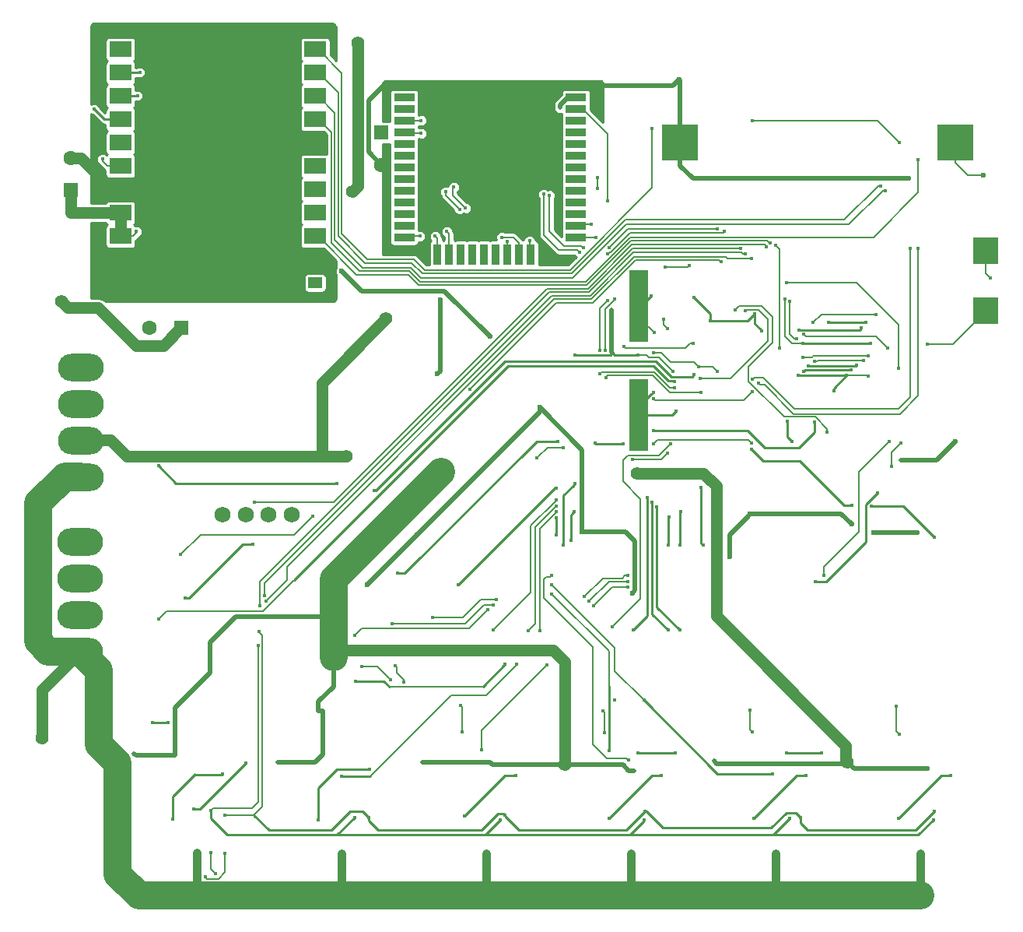
<source format=gbr>
G04 #@! TF.FileFunction,Copper,L2,Bot,Signal*
%FSLAX46Y46*%
G04 Gerber Fmt 4.6, Leading zero omitted, Abs format (unit mm)*
G04 Created by KiCad (PCBNEW 4.0.6) date 09/04/17 18:41:23*
%MOMM*%
%LPD*%
G01*
G04 APERTURE LIST*
%ADD10C,0.100000*%
%ADD11R,2.300000X0.900000*%
%ADD12R,0.900000X2.300000*%
%ADD13R,6.000000X6.000000*%
%ADD14R,4.000000X4.000000*%
%ADD15C,1.750000*%
%ADD16R,2.800000X3.000000*%
%ADD17R,1.600000X1.600000*%
%ADD18C,1.600000*%
%ADD19R,2.000000X7.875000*%
%ADD20R,2.400000X1.800000*%
%ADD21R,1.600000X1.200000*%
%ADD22O,5.000000X3.000000*%
%ADD23C,0.600000*%
%ADD24C,1.400000*%
%ADD25C,0.400000*%
%ADD26C,3.000000*%
%ADD27C,1.016000*%
%ADD28C,0.203200*%
%ADD29C,0.900000*%
%ADD30C,1.270000*%
%ADD31C,3.048000*%
%ADD32C,0.508000*%
%ADD33C,0.250000*%
%ADD34C,0.254000*%
G04 APERTURE END LIST*
D10*
D11*
X160548000Y-58864000D03*
D12*
X156898000Y-77214000D03*
D11*
X141848000Y-58864000D03*
X160548000Y-60134000D03*
X160548000Y-61404000D03*
X160548000Y-62674000D03*
X160548000Y-63944000D03*
X160548000Y-65214000D03*
X160548000Y-66484000D03*
X160548000Y-67754000D03*
X160548000Y-69024000D03*
X160548000Y-70294000D03*
X160548000Y-71564000D03*
X160548000Y-72834000D03*
X160548000Y-74104000D03*
X160548000Y-75374000D03*
X141848000Y-60134000D03*
X141848000Y-61404000D03*
X141848000Y-62674000D03*
X141848000Y-63944000D03*
X141848000Y-65214000D03*
X141848000Y-66484000D03*
X141848000Y-67754000D03*
X141848000Y-69024000D03*
X141848000Y-70294000D03*
X141848000Y-71564000D03*
X141848000Y-72834000D03*
X141848000Y-74104000D03*
X141848000Y-75374000D03*
D12*
X155628000Y-77214000D03*
X154358000Y-77214000D03*
X153088000Y-77214000D03*
X151818000Y-77214000D03*
X150548000Y-77214000D03*
X149278000Y-77214000D03*
X148008000Y-77214000D03*
X146738000Y-77214000D03*
X145468000Y-77214000D03*
D13*
X150898000Y-66564000D03*
D14*
X201840000Y-65027000D03*
X171840000Y-65027000D03*
D15*
X122084000Y-105540000D03*
X129584000Y-105540000D03*
X127084000Y-105540000D03*
X124584000Y-105540000D03*
D16*
X205142000Y-83338000D03*
X205142000Y-76838000D03*
D17*
X139370000Y-63966000D03*
D18*
X139370000Y-67466000D03*
D17*
X105588000Y-70234000D03*
D18*
X105588000Y-66734000D03*
D17*
X117583000Y-85220000D03*
D18*
X114083000Y-85220000D03*
D19*
X167403840Y-82823540D03*
X167403840Y-94698540D03*
D20*
X110960000Y-77760000D03*
X110960000Y-75220000D03*
X110960000Y-72680000D03*
X110960000Y-70140000D03*
X110960000Y-67600000D03*
X110960000Y-65060000D03*
X110960000Y-62520000D03*
X110960000Y-59980000D03*
X110960000Y-57440000D03*
X110960000Y-54900000D03*
X132160000Y-54900000D03*
X132160000Y-57440000D03*
X132160000Y-59980000D03*
X132160000Y-62520000D03*
X132160000Y-65060000D03*
X132160000Y-67600000D03*
X132160000Y-70140000D03*
X132160000Y-72680000D03*
X132160000Y-75220000D03*
X132160000Y-77760000D03*
D21*
X132160000Y-80300000D03*
D22*
X106688000Y-89538000D03*
X106688000Y-93498000D03*
X106688000Y-97458000D03*
X106688000Y-101418000D03*
X106590000Y-108490000D03*
X106590000Y-112450000D03*
X106590000Y-116410000D03*
X106590000Y-120370000D03*
D23*
X204888000Y-68583000D03*
X119290000Y-142243006D03*
D24*
X102413000Y-129773320D03*
D23*
X198044000Y-142370000D03*
X182296000Y-142370000D03*
X166548000Y-142370000D03*
X150800000Y-142370000D03*
X135052000Y-142370000D03*
D25*
X116637000Y-138586000D03*
X122098000Y-133734000D03*
X132512000Y-138713000D03*
X138100000Y-133226000D03*
X153961000Y-133861000D03*
X148373000Y-138306000D03*
X169836000Y-133861000D03*
X164121000Y-138560000D03*
X185584000Y-133861000D03*
X179869000Y-138560000D03*
X201332000Y-133861000D03*
X195617000Y-138560000D03*
X168696786Y-81690000D03*
X169074000Y-85728000D03*
X170496400Y-85270800D03*
X170090000Y-84229400D03*
X168947010Y-92205000D03*
X171467840Y-94222040D03*
X134530000Y-102111000D03*
X115099000Y-100206000D03*
X173392000Y-90300000D03*
X138594000Y-102873000D03*
X115099000Y-116843000D03*
X171233000Y-91062000D03*
X198792000Y-86998000D03*
X108114000Y-61407500D03*
D24*
X136195000Y-70387000D03*
D25*
X112700006Y-74705000D03*
D24*
X136816000Y-54232000D03*
D25*
X108636000Y-72774000D03*
X199568000Y-107963004D03*
X192710006Y-104534000D03*
X190566837Y-104494163D03*
X179615000Y-98428000D03*
X168960996Y-97819000D03*
X179629000Y-97691998D03*
X156261000Y-99343000D03*
X159182000Y-98184000D03*
X121322006Y-144529000D03*
X125987390Y-119764000D03*
X120814000Y-142243000D03*
X199427000Y-138687000D03*
X183806000Y-138560000D03*
X167931000Y-138687000D03*
X152310000Y-138687000D03*
X136435000Y-138433000D03*
X120814000Y-137671000D03*
X120179000Y-144910000D03*
X122338000Y-142370000D03*
X199554000Y-137798000D03*
X184949000Y-138433000D03*
X168058000Y-137798000D03*
X152818000Y-138179000D03*
X137959000Y-138433000D03*
X122338000Y-138179000D03*
X126021000Y-118240000D03*
X192315000Y-88268000D03*
X185203000Y-88395000D03*
X162865000Y-70005998D03*
X162864994Y-68863000D03*
X195885000Y-97692000D03*
X194869000Y-100232000D03*
X185330000Y-89919000D03*
X190519845Y-89750660D03*
X187488995Y-112143995D03*
X194615000Y-97565000D03*
X193345000Y-103153000D03*
X192314998Y-90427000D03*
X186600000Y-112779000D03*
X188632000Y-92078000D03*
X190004497Y-90373010D03*
X184695000Y-90322050D03*
X148006010Y-126251000D03*
X148119000Y-129162000D03*
X163486000Y-126876000D03*
X163613000Y-129171500D03*
X179488000Y-126749000D03*
X179742000Y-129162000D03*
X195363000Y-126368000D03*
X195744000Y-129416000D03*
X151840333Y-114753500D03*
X144944000Y-116716000D03*
X161454000Y-114430000D03*
X166153000Y-112144000D03*
X166675000Y-99517610D03*
X170485000Y-98819000D03*
X165772000Y-87252000D03*
X173265000Y-86871000D03*
X179628990Y-77626000D03*
X126783000Y-114938000D03*
X178994000Y-77118000D03*
X126656000Y-114303000D03*
X178486000Y-76562390D03*
X126148000Y-115446000D03*
X179742000Y-90807990D03*
X196887000Y-76584000D03*
X117512000Y-109858000D03*
X131863000Y-105667000D03*
X141134000Y-111890000D03*
X158533000Y-97539000D03*
X186487000Y-95406000D03*
X162611000Y-97692000D03*
X165645000Y-97793000D03*
X168947000Y-96396000D03*
X181279992Y-76356000D03*
X125513000Y-104143000D03*
X183298000Y-82045000D03*
X192569000Y-86871000D03*
X185203000Y-86871000D03*
X112813000Y-59947000D03*
X187997000Y-84585000D03*
X192075000Y-84611000D03*
X184568000Y-86368040D03*
X183806000Y-82299000D03*
X109017000Y-66831000D03*
X143688000Y-62640000D03*
X147244000Y-69879000D03*
X174168000Y-92231000D03*
X148514000Y-72165000D03*
X164770000Y-82071000D03*
X163754000Y-87659000D03*
X163773013Y-90580000D03*
X163754000Y-87659000D03*
X143688000Y-64037000D03*
X146355000Y-70387000D03*
X147879000Y-72292000D03*
X164008000Y-82198000D03*
X163119002Y-90199000D03*
X163119000Y-87659000D03*
X171233000Y-91676680D03*
X168946147Y-92859011D03*
X179694840Y-92157840D03*
X185838000Y-89296650D03*
X191045000Y-89204610D03*
X187235000Y-131448000D03*
X183425000Y-131448000D03*
X157886600Y-114130280D03*
X171360000Y-131448000D03*
X167296000Y-131448000D03*
X164121000Y-131194000D03*
X158420000Y-102645000D03*
X147738000Y-113160000D03*
X168326000Y-103661000D03*
X158420000Y-103914986D03*
X151536600Y-118067280D03*
X166776600Y-118067280D03*
X124638000Y-132474000D03*
X152817998Y-121796000D03*
X118897600Y-137498280D03*
X136576000Y-123584000D03*
X154087994Y-121796000D03*
X135026600Y-133942280D03*
X168834000Y-104169004D03*
X158420000Y-104550000D03*
X155346600Y-118098040D03*
X170586600Y-118067280D03*
X169342000Y-104677000D03*
X158420000Y-105185000D03*
X156616600Y-118098040D03*
X171856600Y-118067280D03*
X157404006Y-121822000D03*
X150278000Y-131067000D03*
X160451996Y-102137000D03*
X159168000Y-108842000D03*
X166280000Y-132210000D03*
X157886600Y-112098280D03*
X160325008Y-105185000D03*
X159963539Y-108251344D03*
X171848840Y-108827040D03*
X171975840Y-105144040D03*
X158419976Y-107725000D03*
X158419998Y-105820000D03*
X170578840Y-108827040D03*
X170705840Y-105779040D03*
X157886600Y-113114280D03*
X164744600Y-125687280D03*
X167919600Y-125687280D03*
X181889600Y-133688280D03*
X170866000Y-97803000D03*
X164502000Y-117732000D03*
X140372000Y-123447000D03*
X137242237Y-122004763D03*
X140880000Y-121923000D03*
X141769000Y-123701000D03*
X174168000Y-102518000D03*
X174408000Y-108842000D03*
X136435000Y-118621000D03*
X150913000Y-115827000D03*
X162470000Y-115446000D03*
X166153000Y-113414000D03*
X151548000Y-115318996D03*
X140499000Y-117351000D03*
X161962000Y-114938000D03*
X166153000Y-112779000D03*
X180377000Y-91189000D03*
X197776000Y-76584000D03*
X191807000Y-88776000D03*
X186473000Y-88830000D03*
X164008000Y-71403000D03*
X182296000Y-76229000D03*
X182663000Y-87379000D03*
X194488000Y-87405000D03*
X185330000Y-85855000D03*
X184829110Y-85391967D03*
X191553000Y-85220000D03*
X149022000Y-91850000D03*
X176313000Y-77981000D03*
D23*
X171755000Y-58195000D03*
X196760000Y-68964000D03*
D25*
X195885000Y-99597000D03*
X150898000Y-63056000D03*
D24*
X121844000Y-60520610D03*
X122000000Y-77727000D03*
D25*
X118020000Y-114557000D03*
X125386000Y-108715000D03*
D24*
X135560000Y-99134000D03*
D25*
X125767000Y-77760000D03*
D23*
X201854000Y-97549000D03*
D25*
X173914004Y-89421000D03*
D24*
X112965400Y-81537000D03*
D23*
X114159200Y-76965000D03*
D24*
X139864000Y-84204000D03*
D25*
X175932000Y-89919000D03*
X168993200Y-87887000D03*
X116115000Y-128146000D03*
X114464000Y-128146000D03*
D24*
X128956000Y-63630000D03*
X115240000Y-64646000D03*
D25*
X108636000Y-77346000D03*
D24*
X110668000Y-80902000D03*
X159358500Y-132718000D03*
X104558000Y-82299000D03*
D25*
X112446000Y-131458000D03*
D24*
X167183000Y-100978000D03*
D23*
X198806000Y-133113000D03*
D24*
X190082581Y-132400990D03*
D26*
X145833000Y-100841000D03*
D25*
X183107500Y-132591000D03*
D27*
X189902000Y-130622500D03*
D25*
X175551000Y-132273500D03*
X166851500Y-133353000D03*
X143864500Y-132400500D03*
X151421000Y-132654500D03*
X116877000Y-131702000D03*
X132498000Y-126876000D03*
X116877000Y-126495000D03*
X133006000Y-131575000D03*
X128053000Y-132464000D03*
D23*
X179502000Y-105439000D03*
X135052000Y-79023000D03*
X151181000Y-86135000D03*
X161213994Y-107344000D03*
D25*
X158801000Y-61243000D03*
X205664000Y-79769000D03*
D23*
X197662990Y-107455000D03*
X166661000Y-114049000D03*
X192950000Y-107445000D03*
X190537000Y-106556000D03*
X177248000Y-110112000D03*
X143209264Y-107699000D03*
X137832000Y-113076264D03*
X156628000Y-93856000D03*
X145765999Y-82116999D03*
X145466000Y-90199000D03*
D25*
X180772002Y-85500000D03*
X184074000Y-97565000D03*
X172898000Y-78388000D03*
X164389000Y-83214000D03*
X171120000Y-89928982D03*
X173396040Y-81918040D03*
X170217000Y-78616000D03*
X167296000Y-88141000D03*
X160438000Y-88141000D03*
X175170010Y-84458000D03*
X183535800Y-95341840D03*
X179996000Y-83696000D03*
X113067000Y-57407000D03*
X181661000Y-75975000D03*
X186360000Y-84611000D03*
X193218000Y-83722000D03*
X195631000Y-89564000D03*
X183439000Y-80293000D03*
X197775990Y-66932000D03*
X168834000Y-63529000D03*
X195758000Y-65053000D03*
X179756000Y-62640000D03*
X194234000Y-70260000D03*
X193726000Y-69752000D03*
X177851000Y-83214000D03*
X187884000Y-96549000D03*
X178994000Y-83341000D03*
X174041000Y-90707000D03*
X162230000Y-73943000D03*
X162738000Y-75340000D03*
X155499000Y-75721000D03*
X152451000Y-75340000D03*
X153066975Y-75787625D03*
X146482000Y-74705000D03*
X145212000Y-75213000D03*
X175946008Y-74403390D03*
X164135000Y-76483000D03*
X157651927Y-70761927D03*
X161341000Y-76483000D03*
X143561000Y-75213000D03*
X176708000Y-74705000D03*
X164006480Y-77137009D03*
X157023000Y-70641000D03*
X160960000Y-76991000D03*
D28*
X203192800Y-68583000D02*
X204463736Y-68583000D01*
X204463736Y-68583000D02*
X204888000Y-68583000D01*
X201840000Y-65027000D02*
X201840000Y-67230200D01*
X201840000Y-67230200D02*
X203192800Y-68583000D01*
D29*
X135052000Y-142370000D02*
X135052000Y-146942000D01*
X150800000Y-142370000D02*
X150800000Y-146942000D01*
X119290000Y-142243006D02*
X119290000Y-146928000D01*
X119290000Y-146928000D02*
X119304000Y-146942000D01*
D30*
X102413000Y-129773320D02*
X102413000Y-124547000D01*
X102413000Y-124547000D02*
X106590000Y-120370000D01*
D31*
X119304000Y-146942000D02*
X113000518Y-146942000D01*
X113000518Y-146942000D02*
X110668000Y-144609482D01*
X110668000Y-144609482D02*
X110668000Y-132474000D01*
X110668000Y-132474000D02*
X109652000Y-131458000D01*
X109652000Y-131458000D02*
X108636000Y-130442000D01*
X108636000Y-130442000D02*
X108636000Y-122416000D01*
X108636000Y-122416000D02*
X106590000Y-120370000D01*
X182296000Y-146942000D02*
X198044000Y-146942000D01*
X166548000Y-146942000D02*
X182296000Y-146942000D01*
X150800000Y-146942000D02*
X166548000Y-146942000D01*
X135052000Y-146942000D02*
X150800000Y-146942000D01*
X119304000Y-146942000D02*
X135052000Y-146942000D01*
X106590000Y-101320000D02*
X104982000Y-101320000D01*
X104982000Y-101320000D02*
X102032000Y-104270000D01*
X102032000Y-104270000D02*
X102032000Y-119256000D01*
X102032000Y-119256000D02*
X103146000Y-120370000D01*
X103146000Y-120370000D02*
X106590000Y-120370000D01*
D29*
X182296000Y-142370000D02*
X182296000Y-146942000D01*
D32*
X182296000Y-146942000D02*
X182296000Y-146180000D01*
X182296000Y-146180000D02*
X182296000Y-146942000D01*
D29*
X166548000Y-142370000D02*
X166548000Y-146942000D01*
D32*
X166548000Y-146942000D02*
X166548000Y-146180000D01*
X166548000Y-146180000D02*
X166548000Y-146942000D01*
X150800000Y-146942000D02*
X150800000Y-146434000D01*
X150800000Y-146434000D02*
X150800000Y-146942000D01*
X135052000Y-146942000D02*
X135052000Y-146434000D01*
X135052000Y-146434000D02*
X135052000Y-146942000D01*
X119304000Y-146942000D02*
X119304000Y-145926000D01*
X119304000Y-145926000D02*
X119304000Y-146942000D01*
D29*
X198044000Y-142370000D02*
X198044000Y-146942000D01*
D32*
X198044000Y-146942000D02*
X198044000Y-146180000D01*
X198044000Y-146180000D02*
X198044000Y-146942000D01*
D33*
X116637000Y-138303158D02*
X116637000Y-138586000D01*
X116637000Y-136147000D02*
X116637000Y-138303158D01*
X119043000Y-133741000D02*
X116637000Y-136147000D01*
X122091000Y-133741000D02*
X119043000Y-133741000D01*
X122098000Y-133734000D02*
X122091000Y-133741000D01*
X119050000Y-133734000D02*
X119043000Y-133741000D01*
D34*
X138100000Y-133226000D02*
X134544000Y-133226000D01*
X132512000Y-138430158D02*
X132512000Y-138713000D01*
X132512000Y-135258000D02*
X132512000Y-138430158D01*
X134544000Y-133226000D02*
X132512000Y-135258000D01*
D33*
X152818000Y-133861000D02*
X153961000Y-133861000D01*
X148373000Y-138306000D02*
X152818000Y-133861000D01*
X168820000Y-133861000D02*
X169836000Y-133861000D01*
X164121000Y-138560000D02*
X168820000Y-133861000D01*
X184568000Y-133861000D02*
X185584000Y-133861000D01*
X179869000Y-138560000D02*
X184568000Y-133861000D01*
X200316000Y-133861000D02*
X201332000Y-133861000D01*
X195617000Y-138560000D02*
X200316000Y-133861000D01*
D34*
X167403840Y-82823540D02*
X167403840Y-82739160D01*
X168188786Y-82198000D02*
X168696786Y-81690000D01*
X167403840Y-82739160D02*
X167945000Y-82198000D01*
X167945000Y-82198000D02*
X168188786Y-82198000D01*
D28*
X169074000Y-85728000D02*
X167403840Y-84057840D01*
X167403840Y-84057840D02*
X167403840Y-82823540D01*
D34*
X167403840Y-84570040D02*
X167403840Y-82823540D01*
D28*
X170296401Y-85070801D02*
X170496400Y-85270800D01*
X170090000Y-84229400D02*
X170090000Y-84864400D01*
X170090000Y-84864400D02*
X170296401Y-85070801D01*
D34*
X168747011Y-92404999D02*
X168947010Y-92205000D01*
X167403840Y-93748170D02*
X168747011Y-92404999D01*
X167403840Y-94698540D02*
X167403840Y-93748170D01*
X170991340Y-94698540D02*
X167403840Y-94698540D01*
X171467840Y-94222040D02*
X170991340Y-94698540D01*
X167403840Y-94730040D02*
X167403840Y-94698540D01*
D33*
X173392000Y-90300000D02*
X173192001Y-90499999D01*
X173192001Y-90499999D02*
X170895037Y-90499999D01*
X170895037Y-90499999D02*
X169196438Y-88801400D01*
X169196438Y-88801400D02*
X152832600Y-88801400D01*
X138761000Y-102873000D02*
X138594000Y-102873000D01*
X152832600Y-88801400D02*
X138761000Y-102873000D01*
X134247158Y-102111000D02*
X134530000Y-102111000D01*
X117004000Y-102111000D02*
X134247158Y-102111000D01*
X115099000Y-100206000D02*
X117004000Y-102111000D01*
D28*
X115298999Y-116643001D02*
X115099000Y-116843000D01*
X126481399Y-116001601D02*
X115940399Y-116001601D01*
X129831000Y-112652000D02*
X126481399Y-116001601D01*
X115940399Y-116001601D02*
X115298999Y-116643001D01*
D33*
X153171611Y-89311389D02*
X168966470Y-89311389D01*
X171133389Y-90962389D02*
X171233000Y-91062000D01*
X170617469Y-90962389D02*
X171133389Y-90962389D01*
X168966470Y-89311389D02*
X170617469Y-90962389D01*
X129831000Y-112652000D02*
X153171611Y-89311389D01*
D28*
X201582000Y-86998000D02*
X198792000Y-86998000D01*
X205142000Y-83338000D02*
X205142000Y-83438000D01*
X205142000Y-83438000D02*
X201582000Y-86998000D01*
D34*
X110960000Y-62520000D02*
X109226500Y-62520000D01*
X109226500Y-62520000D02*
X108114000Y-61407500D01*
D30*
X136816000Y-54232000D02*
X136816000Y-69766000D01*
X136816000Y-69766000D02*
X136195000Y-70387000D01*
D28*
X112700006Y-74883194D02*
X112700006Y-74705000D01*
X112363200Y-75220000D02*
X112700006Y-74883194D01*
X110960000Y-75220000D02*
X112363200Y-75220000D01*
D34*
X108636000Y-72774000D02*
X108636000Y-72680000D01*
X108636000Y-72680000D02*
X108636000Y-72774000D01*
X108636000Y-72774000D02*
X108636000Y-72680000D01*
D30*
X110960000Y-72680000D02*
X110960000Y-75220000D01*
X105588000Y-70234000D02*
X105588000Y-72680000D01*
X105588000Y-72680000D02*
X108636000Y-72680000D01*
X108636000Y-72680000D02*
X110960000Y-72680000D01*
D34*
X179615000Y-98428000D02*
X180885000Y-99698000D01*
X180885000Y-99698000D02*
X184912076Y-99698000D01*
X184912076Y-99698000D02*
X189708239Y-104494163D01*
X189708239Y-104494163D02*
X190283995Y-104494163D01*
X190283995Y-104494163D02*
X190566837Y-104494163D01*
X199368001Y-107763005D02*
X199568000Y-107963004D01*
X196138996Y-104534000D02*
X199368001Y-107763005D01*
X192710006Y-104534000D02*
X196138996Y-104534000D01*
D28*
X169160995Y-97619001D02*
X168960996Y-97819000D01*
X179629000Y-97691998D02*
X179302003Y-97365001D01*
X179302003Y-97365001D02*
X169414995Y-97365001D01*
X169414995Y-97365001D02*
X169160995Y-97619001D01*
X156460999Y-99143001D02*
X156261000Y-99343000D01*
X157420000Y-98184000D02*
X156460999Y-99143001D01*
X159182000Y-98184000D02*
X157420000Y-98184000D01*
X121122007Y-144329001D02*
X121322006Y-144529000D01*
X120814000Y-144020994D02*
X121122007Y-144329001D01*
X120814000Y-142243000D02*
X120814000Y-144020994D01*
X125987390Y-119764000D02*
X125987390Y-136712610D01*
X125987390Y-136712610D02*
X125283000Y-137417000D01*
X125283000Y-137417000D02*
X121068000Y-137417000D01*
X121068000Y-137417000D02*
X120814000Y-137671000D01*
D33*
X182028000Y-140338000D02*
X197776000Y-140338000D01*
X197776000Y-140338000D02*
X199427000Y-138687000D01*
X166407000Y-140338000D02*
X182028000Y-140338000D01*
X182028000Y-140338000D02*
X183806000Y-138560000D01*
X150659000Y-140338000D02*
X166407000Y-140338000D01*
X167931000Y-138814000D02*
X167931000Y-138687000D01*
X166407000Y-140338000D02*
X167931000Y-138814000D01*
X134530000Y-140338000D02*
X150659000Y-140338000D01*
X150659000Y-140338000D02*
X152310000Y-138687000D01*
X120814000Y-137671000D02*
X120814000Y-138560000D01*
X134530000Y-140338000D02*
X136435000Y-138433000D01*
X122592000Y-140338000D02*
X134530000Y-140338000D01*
X120814000Y-138560000D02*
X122592000Y-140338000D01*
D28*
X120378999Y-145109999D02*
X120179000Y-144910000D01*
X121629333Y-145109999D02*
X120378999Y-145109999D01*
X122338000Y-142370000D02*
X122338000Y-144401332D01*
X122338000Y-144401332D02*
X121629333Y-145109999D01*
D34*
X128561000Y-139830000D02*
X127136988Y-139830000D01*
X127136988Y-139830000D02*
X125485988Y-138179000D01*
D28*
X126220999Y-118439999D02*
X126021000Y-118240000D01*
X126416000Y-118635000D02*
X126220999Y-118439999D01*
X125485988Y-138179000D02*
X126416000Y-137248988D01*
X122338000Y-138179000D02*
X125485988Y-138179000D01*
X126416000Y-137248988D02*
X126416000Y-118635000D01*
D33*
X184949000Y-138433000D02*
X184949000Y-139068000D01*
X197522000Y-139830000D02*
X199554000Y-137798000D01*
X185711000Y-139830000D02*
X197522000Y-139830000D01*
X184949000Y-139068000D02*
X185711000Y-139830000D01*
X168058000Y-137798000D02*
X168185000Y-137798000D01*
X184441000Y-137925000D02*
X184949000Y-138433000D01*
X183425000Y-137925000D02*
X184441000Y-137925000D01*
X181774000Y-139576000D02*
X183425000Y-137925000D01*
X169963000Y-139576000D02*
X181774000Y-139576000D01*
X168185000Y-137798000D02*
X169963000Y-139576000D01*
X152818000Y-138179000D02*
X152818000Y-138306000D01*
X166026000Y-139830000D02*
X168058000Y-137798000D01*
X154342000Y-139830000D02*
X166026000Y-139830000D01*
X152818000Y-138306000D02*
X154342000Y-139830000D01*
X137959000Y-138433000D02*
X137959000Y-138814000D01*
X152691000Y-138052000D02*
X152818000Y-138179000D01*
X152056000Y-138052000D02*
X152691000Y-138052000D01*
X150278000Y-139830000D02*
X152056000Y-138052000D01*
X138975000Y-139830000D02*
X150278000Y-139830000D01*
X137959000Y-138814000D02*
X138975000Y-139830000D01*
X135546000Y-138179000D02*
X135927000Y-137798000D01*
X128561000Y-139830000D02*
X133895000Y-139830000D01*
X133895000Y-139830000D02*
X135546000Y-138179000D01*
X137324000Y-137798000D02*
X137959000Y-138433000D01*
X135927000Y-137798000D02*
X137324000Y-137798000D01*
D28*
X186363078Y-88268000D02*
X186236078Y-88395000D01*
X192315000Y-88268000D02*
X186363078Y-88268000D01*
X186236078Y-88395000D02*
X185203000Y-88395000D01*
X162864994Y-70005992D02*
X162865000Y-70005998D01*
X162864994Y-68863000D02*
X162864994Y-70005992D01*
X194869000Y-100232000D02*
X194869000Y-98708000D01*
X194869000Y-98708000D02*
X195885000Y-97692000D01*
D34*
X185330000Y-89919000D02*
X185457000Y-89792000D01*
X185457000Y-89792000D02*
X190478505Y-89792000D01*
X190478505Y-89792000D02*
X190519845Y-89750660D01*
D28*
X194615000Y-97565000D02*
X191299000Y-100881000D01*
X191299000Y-100881000D02*
X191299000Y-107362168D01*
X191299000Y-107362168D02*
X187488995Y-111172173D01*
X187488995Y-111172173D02*
X187488995Y-111861153D01*
X187488995Y-111861153D02*
X187488995Y-112143995D01*
D34*
X192129001Y-104368999D02*
X193145001Y-103352999D01*
X192129001Y-108429923D02*
X192129001Y-104368999D01*
X187779924Y-112779000D02*
X192129001Y-108429923D01*
X193145001Y-103352999D02*
X193345000Y-103153000D01*
X186600000Y-112779000D02*
X187779924Y-112779000D01*
D28*
X192261008Y-90373010D02*
X192314998Y-90427000D01*
X190004497Y-90373010D02*
X192261008Y-90373010D01*
D34*
X188632000Y-92078000D02*
X188632000Y-91745507D01*
X188632000Y-91745507D02*
X190004497Y-90373010D01*
X189721655Y-90373010D02*
X190004497Y-90373010D01*
X184695000Y-90322050D02*
X184977842Y-90322050D01*
X184977842Y-90322050D02*
X185028802Y-90373010D01*
X185028802Y-90373010D02*
X189721655Y-90373010D01*
D28*
X148119000Y-126363990D02*
X148006010Y-126251000D01*
X148119000Y-129162000D02*
X148119000Y-126363990D01*
X163613000Y-129171500D02*
X163613000Y-127003000D01*
X163613000Y-127003000D02*
X163486000Y-126876000D01*
X179742000Y-129162000D02*
X179488000Y-128908000D01*
X179488000Y-128908000D02*
X179488000Y-126749000D01*
X195744000Y-129416000D02*
X195363000Y-129035000D01*
X195363000Y-129035000D02*
X195363000Y-126368000D01*
X144944000Y-116716000D02*
X148246000Y-116716000D01*
X150208500Y-114753500D02*
X151557491Y-114753500D01*
X148246000Y-116716000D02*
X150208500Y-114753500D01*
X151557491Y-114753500D02*
X151840333Y-114753500D01*
X163435210Y-112448790D02*
X161454000Y-114430000D01*
X166153000Y-112144000D02*
X165870158Y-112144000D01*
X165870158Y-112144000D02*
X165565368Y-112448790D01*
X165565368Y-112448790D02*
X163435210Y-112448790D01*
X169786390Y-99517610D02*
X166957842Y-99517610D01*
X170485000Y-98819000D02*
X169786390Y-99517610D01*
X166957842Y-99517610D02*
X166675000Y-99517610D01*
X172474158Y-87379000D02*
X165899000Y-87379000D01*
X165899000Y-87379000D02*
X165772000Y-87252000D01*
X173265000Y-86871000D02*
X172982158Y-86871000D01*
X172982158Y-86871000D02*
X172474158Y-87379000D01*
X126783000Y-114938000D02*
X129069000Y-112652000D01*
X162230000Y-82071000D02*
X166852789Y-77448211D01*
X129069000Y-112652000D02*
X129069000Y-111168000D01*
X129069000Y-111168000D02*
X158166000Y-82071000D01*
X158166000Y-82071000D02*
X162230000Y-82071000D01*
X166852789Y-77448211D02*
X176826856Y-77448211D01*
X176826856Y-77448211D02*
X177004645Y-77626000D01*
X177004645Y-77626000D02*
X179346148Y-77626000D01*
X179346148Y-77626000D02*
X179628990Y-77626000D01*
X126656000Y-114303000D02*
X126656000Y-112946000D01*
X166802000Y-76991000D02*
X178584158Y-76991000D01*
X126656000Y-112946000D02*
X157912000Y-81690000D01*
X157912000Y-81690000D02*
X162103000Y-81690000D01*
X162103000Y-81690000D02*
X166802000Y-76991000D01*
X178584158Y-76991000D02*
X178711158Y-77118000D01*
X178711158Y-77118000D02*
X178994000Y-77118000D01*
X126148000Y-115446000D02*
X126148000Y-112819000D01*
X161976000Y-81309000D02*
X166722610Y-76562390D01*
X126148000Y-112819000D02*
X157658000Y-81309000D01*
X157658000Y-81309000D02*
X161976000Y-81309000D01*
X166722610Y-76562390D02*
X178203158Y-76562390D01*
X178203158Y-76562390D02*
X178486000Y-76562390D01*
X179941999Y-90607991D02*
X179742000Y-90807990D01*
X184314000Y-93983000D02*
X180938991Y-90607991D01*
X196887000Y-92713000D02*
X195617000Y-93983000D01*
X195617000Y-93983000D02*
X184314000Y-93983000D01*
X196887000Y-76584000D02*
X196887000Y-92713000D01*
X180938991Y-90607991D02*
X179941999Y-90607991D01*
X131863000Y-105667000D02*
X129831000Y-107699000D01*
X129831000Y-107699000D02*
X119671000Y-107699000D01*
X119671000Y-107699000D02*
X117512000Y-109858000D01*
D34*
X158533000Y-97539000D02*
X156247000Y-97539000D01*
X156247000Y-97539000D02*
X141896000Y-111890000D01*
X141896000Y-111890000D02*
X141134000Y-111890000D01*
X186487000Y-96549000D02*
X186487000Y-95688842D01*
X184825921Y-98210079D02*
X186487000Y-96549000D01*
X181048079Y-98210079D02*
X184825921Y-98210079D01*
X179234000Y-96396000D02*
X181048079Y-98210079D01*
X168947000Y-96396000D02*
X179234000Y-96396000D01*
X186487000Y-95688842D02*
X186487000Y-95406000D01*
X162712000Y-97793000D02*
X162611000Y-97692000D01*
X165645000Y-97793000D02*
X162712000Y-97793000D01*
D28*
X181079993Y-76156001D02*
X181279992Y-76356000D01*
X157404000Y-80928000D02*
X161849000Y-80928000D01*
X161849000Y-80928000D02*
X166643212Y-76133788D01*
X125513000Y-104143000D02*
X134189000Y-104143000D01*
X134189000Y-104143000D02*
X157404000Y-80928000D01*
X166643212Y-76133788D02*
X181057780Y-76133788D01*
X181057780Y-76133788D02*
X181079993Y-76156001D01*
X183298000Y-82045000D02*
X183298000Y-86109000D01*
X184060000Y-86871000D02*
X185203000Y-86871000D01*
X183298000Y-86109000D02*
X184060000Y-86871000D01*
D34*
X185203000Y-86871000D02*
X192569000Y-86871000D01*
X110960000Y-59980000D02*
X112780000Y-59980000D01*
X112780000Y-59980000D02*
X112813000Y-59947000D01*
X187997000Y-84585000D02*
X192049000Y-84585000D01*
X192049000Y-84585000D02*
X192075000Y-84611000D01*
D28*
X183806000Y-82299000D02*
X183806000Y-85855000D01*
X183806000Y-85855000D02*
X184319040Y-86368040D01*
X184319040Y-86368040D02*
X184568000Y-86368040D01*
X110960000Y-67600000D02*
X109556800Y-67600000D01*
X109017000Y-67060200D02*
X109017000Y-66831000D01*
X109556800Y-67600000D02*
X109017000Y-67060200D01*
X143405158Y-62640000D02*
X143688000Y-62640000D01*
X142198000Y-62674000D02*
X142232000Y-62640000D01*
X142232000Y-62640000D02*
X143405158Y-62640000D01*
X148514000Y-72165000D02*
X147117000Y-70768000D01*
X147117000Y-70006000D02*
X147244000Y-69879000D01*
X147117000Y-70768000D02*
X147117000Y-70006000D01*
X173885158Y-92231000D02*
X174168000Y-92231000D01*
X168925401Y-90380001D02*
X170776400Y-92231000D01*
X163973012Y-90380001D02*
X168925401Y-90380001D01*
X163773013Y-90580000D02*
X163973012Y-90380001D01*
X170776400Y-92231000D02*
X173885158Y-92231000D01*
X163754000Y-87659000D02*
X163754000Y-83166487D01*
X163754000Y-83166487D02*
X164770000Y-82150487D01*
X164770000Y-82150487D02*
X164770000Y-82071000D01*
X143405158Y-64037000D02*
X143688000Y-64037000D01*
X142291000Y-64037000D02*
X143405158Y-64037000D01*
X142198000Y-63944000D02*
X142291000Y-64037000D01*
X146355000Y-70768000D02*
X146355000Y-70669842D01*
X147879000Y-72292000D02*
X146355000Y-70768000D01*
X146355000Y-70669842D02*
X146355000Y-70387000D01*
X163119000Y-87659000D02*
X163119000Y-83087000D01*
X163119000Y-83087000D02*
X164008000Y-82198000D01*
X163319001Y-89999001D02*
X163119002Y-90199000D01*
X170730080Y-91676680D02*
X169052401Y-89999001D01*
X171233000Y-91676680D02*
X170730080Y-91676680D01*
X169052401Y-89999001D02*
X163319001Y-89999001D01*
X169146146Y-93059010D02*
X168946147Y-92859011D01*
X178793670Y-93059010D02*
X169146146Y-93059010D01*
X179694840Y-92157840D02*
X178793670Y-93059010D01*
D34*
X185838000Y-89296650D02*
X190952960Y-89296650D01*
X190952960Y-89296650D02*
X191045000Y-89204610D01*
D28*
X164109600Y-124163280D02*
X164109600Y-120353280D01*
X164109600Y-120353280D02*
X157886600Y-114130280D01*
D33*
X167296000Y-131448000D02*
X171360000Y-131448000D01*
X164109600Y-124163280D02*
X164121000Y-131194000D01*
X183425000Y-131448000D02*
X187235000Y-131448000D01*
X158253000Y-102645000D02*
X158420000Y-102645000D01*
X147738000Y-113160000D02*
X158253000Y-102645000D01*
D34*
X168326000Y-103943842D02*
X168326000Y-103661000D01*
X166776600Y-118067280D02*
X168326000Y-116517880D01*
X168326000Y-116517880D02*
X168326000Y-103943842D01*
D28*
X151536600Y-118067280D02*
X155626000Y-113977880D01*
X158220001Y-104114985D02*
X158420000Y-103914986D01*
X155626000Y-113977880D02*
X155626000Y-106708986D01*
X155626000Y-106708986D02*
X158220001Y-104114985D01*
D34*
X119613720Y-137498280D02*
X124438001Y-132673999D01*
X118897600Y-137498280D02*
X119613720Y-137498280D01*
X124438001Y-132673999D02*
X124638000Y-132474000D01*
D33*
X140245000Y-124209000D02*
X139620000Y-123584000D01*
D28*
X140245000Y-124209000D02*
X150404998Y-124209000D01*
D33*
X152817998Y-121796000D02*
X150404998Y-124209000D01*
X136858842Y-123584000D02*
X136576000Y-123584000D01*
X139620000Y-123584000D02*
X136858842Y-123584000D01*
D28*
X138131714Y-133942280D02*
X146965994Y-125108000D01*
X146965994Y-125108000D02*
X150775994Y-125108000D01*
X150775994Y-125108000D02*
X153887995Y-121995999D01*
X153887995Y-121995999D02*
X154087994Y-121796000D01*
D33*
X135026600Y-133942280D02*
X138131714Y-133942280D01*
D34*
X168834000Y-104451846D02*
X168834000Y-104169004D01*
X168834000Y-116314680D02*
X168834000Y-104451846D01*
X170586600Y-118067280D02*
X168834000Y-116314680D01*
D28*
X156134000Y-117310640D02*
X156134000Y-106836000D01*
X155346600Y-118098040D02*
X156134000Y-117310640D01*
X158220001Y-104749999D02*
X158420000Y-104550000D01*
X156134000Y-106836000D02*
X158220001Y-104749999D01*
D34*
X169342000Y-115552680D02*
X169342000Y-104959842D01*
X171856600Y-118067280D02*
X169342000Y-115552680D01*
X169342000Y-104959842D02*
X169342000Y-104677000D01*
D28*
X158220001Y-105384999D02*
X158420000Y-105185000D01*
X156616600Y-106988400D02*
X158220001Y-105384999D01*
X156616600Y-118098040D02*
X156616600Y-106988400D01*
X157204007Y-122021999D02*
X157404006Y-121822000D01*
X150278000Y-128948006D02*
X157204007Y-122021999D01*
X150278000Y-131067000D02*
X150278000Y-128948006D01*
D33*
X159168000Y-108842000D02*
X159168000Y-103420996D01*
X159168000Y-103420996D02*
X160251997Y-102336999D01*
X160251997Y-102336999D02*
X160451996Y-102137000D01*
D28*
X166280000Y-132210000D02*
X166036000Y-131966000D01*
X166036000Y-131966000D02*
X163881000Y-131966000D01*
X163881000Y-131966000D02*
X162357000Y-130442000D01*
X162357000Y-130442000D02*
X162357000Y-119901000D01*
X162357000Y-119901000D02*
X157023000Y-114567000D01*
X157023000Y-114567000D02*
X157023000Y-112535000D01*
X157023000Y-112535000D02*
X157259721Y-112298279D01*
X157259721Y-112298279D02*
X157686601Y-112298279D01*
X157686601Y-112298279D02*
X157886600Y-112098280D01*
D34*
X166280000Y-132146500D02*
X166280000Y-132210000D01*
X157898100Y-112109780D02*
X157886600Y-112098280D01*
X160125009Y-105384999D02*
X160325008Y-105185000D01*
X159963539Y-105546469D02*
X160125009Y-105384999D01*
X159963539Y-108251344D02*
X159963539Y-105546469D01*
X171848840Y-105271040D02*
X171848840Y-108827040D01*
X171975840Y-105144040D02*
X171848840Y-105271040D01*
X158419998Y-107724978D02*
X158419976Y-107725000D01*
X158419998Y-105820000D02*
X158419998Y-107724978D01*
X170578840Y-105906040D02*
X170578840Y-108827040D01*
X170705840Y-105779040D02*
X170578840Y-105906040D01*
D28*
X167919600Y-125687280D02*
X164770000Y-122537680D01*
X164770000Y-122537680D02*
X164770000Y-119997680D01*
X164770000Y-119997680D02*
X158086599Y-113314279D01*
X158086599Y-113314279D02*
X157886600Y-113114280D01*
D33*
X167919600Y-125687280D02*
X175920600Y-133688280D01*
X175920600Y-133688280D02*
X181889600Y-133688280D01*
D28*
X166151000Y-99089000D02*
X169580000Y-99089000D01*
X167564000Y-114670000D02*
X167564000Y-103772000D01*
X167564000Y-103772000D02*
X165659000Y-101867000D01*
X164502000Y-117732000D02*
X167564000Y-114670000D01*
X165659000Y-101867000D02*
X165659000Y-99581000D01*
X165659000Y-99581000D02*
X166151000Y-99089000D01*
X169580000Y-99089000D02*
X170666001Y-98002999D01*
X170666001Y-98002999D02*
X170866000Y-97803000D01*
X140172001Y-123247001D02*
X140372000Y-123447000D01*
X138929763Y-122004763D02*
X140172001Y-123247001D01*
X137242237Y-122004763D02*
X138929763Y-122004763D01*
X141007000Y-122656158D02*
X141007000Y-122050000D01*
X141007000Y-122050000D02*
X140880000Y-121923000D01*
X141769000Y-123701000D02*
X141769000Y-123418158D01*
X141769000Y-123418158D02*
X141007000Y-122656158D01*
D34*
X174168000Y-108602000D02*
X174168000Y-102800842D01*
X174168000Y-102800842D02*
X174168000Y-102518000D01*
X174408000Y-108842000D02*
X174168000Y-108602000D01*
D28*
X150913000Y-115827000D02*
X148881000Y-117859000D01*
X137197000Y-117859000D02*
X136435000Y-118621000D01*
X148881000Y-117859000D02*
X137197000Y-117859000D01*
X164502000Y-113414000D02*
X162470000Y-115446000D01*
X166153000Y-113414000D02*
X164502000Y-113414000D01*
X151265158Y-115318996D02*
X151548000Y-115318996D01*
X150532004Y-115318996D02*
X151265158Y-115318996D01*
X148500000Y-117351000D02*
X150532004Y-115318996D01*
X140499000Y-117351000D02*
X148500000Y-117351000D01*
X164121000Y-112779000D02*
X161962000Y-114938000D01*
X166153000Y-112779000D02*
X164121000Y-112779000D01*
X197776000Y-76584000D02*
X197776000Y-92585330D01*
X197776000Y-92585330D02*
X195822729Y-94538601D01*
X195822729Y-94538601D02*
X184234601Y-94538601D01*
X184234601Y-94538601D02*
X181084999Y-91388999D01*
X181084999Y-91388999D02*
X180576999Y-91388999D01*
X180576999Y-91388999D02*
X180377000Y-91189000D01*
X186809842Y-88776000D02*
X191807000Y-88776000D01*
X186755842Y-88830000D02*
X186809842Y-88776000D01*
X186473000Y-88830000D02*
X186755842Y-88830000D01*
X164008000Y-71403000D02*
X164008000Y-64122518D01*
X164008000Y-64122518D02*
X161289482Y-61404000D01*
X161289482Y-61404000D02*
X160198000Y-61404000D01*
X182495999Y-76428999D02*
X182296000Y-76229000D01*
X182663000Y-76596000D02*
X182495999Y-76428999D01*
X182663000Y-87379000D02*
X182663000Y-76596000D01*
X185330000Y-85855000D02*
X185610000Y-86135000D01*
X185610000Y-86135000D02*
X193218000Y-86135000D01*
X193218000Y-86135000D02*
X194488000Y-87405000D01*
D34*
X191553000Y-85220000D02*
X191553000Y-85260000D01*
X191553000Y-85260000D02*
X191421033Y-85391967D01*
X191421033Y-85391967D02*
X185111952Y-85391967D01*
X185111952Y-85391967D02*
X184829110Y-85391967D01*
D28*
X149221999Y-91650001D02*
X149022000Y-91850000D01*
X158420000Y-82452000D02*
X149221999Y-91650001D01*
X176113001Y-77781001D02*
X167027999Y-77781001D01*
X167027999Y-77781001D02*
X162357000Y-82452000D01*
X162357000Y-82452000D02*
X158420000Y-82452000D01*
X176313000Y-77981000D02*
X176113001Y-77781001D01*
D32*
X139370000Y-67466000D02*
X137973000Y-66069000D01*
X137973000Y-66069000D02*
X137973000Y-60481000D01*
X137973000Y-60481000D02*
X139590000Y-58864000D01*
X139590000Y-58864000D02*
X141241000Y-58864000D01*
X150898000Y-70072000D02*
X150898000Y-66564000D01*
X156898000Y-76072000D02*
X150898000Y-70072000D01*
X156898000Y-76864000D02*
X156898000Y-76072000D01*
X171840000Y-58280000D02*
X171755000Y-58195000D01*
X171840000Y-65027000D02*
X171840000Y-58280000D01*
X171086000Y-58864000D02*
X171455001Y-58494999D01*
X171455001Y-58494999D02*
X171755000Y-58195000D01*
X160198000Y-58864000D02*
X171086000Y-58864000D01*
X195885000Y-99597000D02*
X199806000Y-99597000D01*
X199806000Y-99597000D02*
X199959000Y-99444000D01*
X146706000Y-58864000D02*
X160198000Y-58864000D01*
X142198000Y-58864000D02*
X146706000Y-58864000D01*
X146706000Y-58864000D02*
X150898000Y-63056000D01*
X150898000Y-63056000D02*
X150898000Y-66564000D01*
X196760000Y-68964000D02*
X173269000Y-68964000D01*
X173269000Y-68964000D02*
X171840000Y-67535000D01*
X171840000Y-67535000D02*
X171840000Y-65027000D01*
D30*
X110960000Y-77760000D02*
X114210000Y-77760000D01*
X114210000Y-77760000D02*
X115861000Y-77760000D01*
D32*
X114159200Y-76965000D02*
X114159200Y-77709200D01*
X114159200Y-77709200D02*
X114210000Y-77760000D01*
D30*
X115861000Y-77760000D02*
X121590000Y-77760000D01*
X110960000Y-70140000D02*
X115861000Y-70140000D01*
X115861000Y-77760000D02*
X115861000Y-70140000D01*
X115861000Y-70140000D02*
X117620000Y-70140000D01*
D34*
X125386000Y-108715000D02*
X124243000Y-108715000D01*
X124243000Y-108715000D02*
X118401000Y-114557000D01*
X118401000Y-114557000D02*
X118020000Y-114557000D01*
D30*
X121590000Y-77760000D02*
X125767000Y-77760000D01*
X125767000Y-77760000D02*
X132160000Y-77760000D01*
D32*
X199959000Y-99444000D02*
X201854000Y-97549000D01*
D28*
X168993200Y-87887000D02*
X169794987Y-87887000D01*
X169794987Y-87887000D02*
X170820987Y-88913000D01*
X170820987Y-88913000D02*
X173406000Y-88913000D01*
X173406000Y-88913000D02*
X173914000Y-89421000D01*
X175932000Y-89919000D02*
X175434000Y-89421000D01*
X174196846Y-89421000D02*
X173914004Y-89421000D01*
X175434000Y-89421000D02*
X174196846Y-89421000D01*
D30*
X112330400Y-80902000D02*
X112965400Y-81537000D01*
X110668000Y-80902000D02*
X112330400Y-80902000D01*
X132879000Y-91189000D02*
X139864000Y-84204000D01*
X132879000Y-99134000D02*
X111628000Y-99134000D01*
X133756600Y-99134000D02*
X132879000Y-99134000D01*
X132879000Y-99134000D02*
X132879000Y-91189000D01*
D34*
X108636000Y-77346000D02*
X110546000Y-77346000D01*
X110546000Y-77346000D02*
X110960000Y-77760000D01*
X114464000Y-128146000D02*
X116115000Y-128146000D01*
D30*
X135560000Y-99134000D02*
X133756600Y-99134000D01*
X111628000Y-99134000D02*
X109854000Y-97360000D01*
X109854000Y-97360000D02*
X106590000Y-97360000D01*
X105588000Y-66734000D02*
X106660000Y-66734000D01*
X108730000Y-70140000D02*
X110960000Y-70140000D01*
X108636000Y-70234000D02*
X108730000Y-70140000D01*
X108636000Y-68710000D02*
X108636000Y-70234000D01*
X106660000Y-66734000D02*
X108636000Y-68710000D01*
X121590000Y-66170000D02*
X122700000Y-65060000D01*
X117620000Y-70140000D02*
X122700000Y-65060000D01*
X122700000Y-65060000D02*
X132160000Y-65060000D01*
X134149000Y-121034000D02*
X134974500Y-120208500D01*
X134974500Y-120208500D02*
X158076500Y-120208500D01*
X158076500Y-120208500D02*
X159358500Y-121490500D01*
X159358500Y-121490500D02*
X159358500Y-132718000D01*
X117583000Y-85220000D02*
X117512000Y-85220000D01*
X112686000Y-87125000D02*
X108559999Y-82998999D01*
X108559999Y-82998999D02*
X105257999Y-82998999D01*
X117512000Y-85220000D02*
X115607000Y-87125000D01*
X115607000Y-87125000D02*
X112686000Y-87125000D01*
X105257999Y-82998999D02*
X104558000Y-82299000D01*
D32*
X112645999Y-131657999D02*
X112446000Y-131458000D01*
X112690000Y-131702000D02*
X112645999Y-131657999D01*
X116877000Y-131702000D02*
X112690000Y-131702000D01*
D30*
X168172949Y-100978000D02*
X167183000Y-100978000D01*
X174422000Y-100978000D02*
X168172949Y-100978000D01*
X175805000Y-102361000D02*
X174422000Y-100978000D01*
X175805000Y-116525500D02*
X175805000Y-102361000D01*
X189902000Y-130622500D02*
X175805000Y-116525500D01*
D32*
X159358500Y-132718000D02*
X161200000Y-132718000D01*
X161200000Y-132718000D02*
X165645000Y-132718000D01*
X132498000Y-126876000D02*
X132498000Y-125860000D01*
X132498000Y-125860000D02*
X134149000Y-124209000D01*
X134149000Y-121034000D02*
X134149000Y-124209000D01*
X120687000Y-119383000D02*
X120687000Y-122685000D01*
X120687000Y-122685000D02*
X116877000Y-126495000D01*
D30*
X189902000Y-130622500D02*
X189902000Y-132220409D01*
X189902000Y-132220409D02*
X190082581Y-132400990D01*
D32*
X198806000Y-133113000D02*
X190794591Y-133113000D01*
X190794591Y-133113000D02*
X190082581Y-132400990D01*
X189902000Y-132591000D02*
X190082581Y-132410419D01*
X190082581Y-132410419D02*
X190082581Y-132400990D01*
X183107500Y-132591000D02*
X189902000Y-132591000D01*
D31*
X134149000Y-112525000D02*
X134149000Y-116589000D01*
X145833000Y-100841000D02*
X134149000Y-112525000D01*
D32*
X183107500Y-132591000D02*
X175868500Y-132591000D01*
X175868500Y-132591000D02*
X175551000Y-132273500D01*
X151167000Y-132400500D02*
X143864500Y-132400500D01*
X151421000Y-132654500D02*
X151167000Y-132400500D01*
X166280000Y-133353000D02*
X166851500Y-133353000D01*
X165645000Y-132718000D02*
X166280000Y-133353000D01*
X151421000Y-132654500D02*
X157326500Y-132654500D01*
X157326500Y-132654500D02*
X159295000Y-132654500D01*
X159295000Y-132654500D02*
X159358500Y-132718000D01*
X116877000Y-126495000D02*
X116877000Y-131702000D01*
X132498000Y-126876000D02*
X133006000Y-126876000D01*
X123481000Y-116589000D02*
X120687000Y-119383000D01*
X134149000Y-116589000D02*
X123481000Y-116589000D01*
D31*
X134149000Y-116589000D02*
X134149000Y-121034000D01*
D32*
X132117000Y-132464000D02*
X128053000Y-132464000D01*
X133006000Y-131575000D02*
X132117000Y-132464000D01*
X133006000Y-126876000D02*
X133006000Y-131575000D01*
X179202001Y-105738999D02*
X179502000Y-105439000D01*
X177248000Y-107693000D02*
X179202001Y-105738999D01*
X177248000Y-110112000D02*
X177248000Y-107693000D01*
X189420000Y-105439000D02*
X179926264Y-105439000D01*
X190537000Y-106556000D02*
X189420000Y-105439000D01*
X179926264Y-105439000D02*
X179502000Y-105439000D01*
X137211000Y-81182000D02*
X135351999Y-79322999D01*
X146228000Y-81182000D02*
X137211000Y-81182000D01*
X151181000Y-86135000D02*
X146228000Y-81182000D01*
X135351999Y-79322999D02*
X135052000Y-79023000D01*
X156628000Y-93856000D02*
X161213994Y-98441994D01*
X165925000Y-107344000D02*
X161638258Y-107344000D01*
X161213994Y-106919736D02*
X161213994Y-107344000D01*
X166960999Y-108379999D02*
X165925000Y-107344000D01*
X166661000Y-114049000D02*
X166960999Y-113749001D01*
X161213994Y-98441994D02*
X161213994Y-106919736D01*
X166960999Y-113749001D02*
X166960999Y-108379999D01*
X161638258Y-107344000D02*
X161213994Y-107344000D01*
X158801000Y-60960158D02*
X158801000Y-61243000D01*
X160198000Y-60134000D02*
X159627158Y-60134000D01*
X159627158Y-60134000D02*
X158801000Y-60960158D01*
D28*
X205464001Y-79569001D02*
X205664000Y-79769000D01*
X205142000Y-79247000D02*
X205464001Y-79569001D01*
X205142000Y-76838000D02*
X205142000Y-79247000D01*
D32*
X197652990Y-107445000D02*
X197662990Y-107455000D01*
X192950000Y-107445000D02*
X197652990Y-107445000D01*
X143209264Y-107699000D02*
X137832000Y-113076264D01*
X156628000Y-94280264D02*
X143209264Y-107699000D01*
X156628000Y-93856000D02*
X156628000Y-94280264D01*
X145466000Y-90199000D02*
X145765999Y-89899001D01*
X145765999Y-89899001D02*
X145765999Y-82116999D01*
D34*
X179996000Y-83696000D02*
X179996000Y-84723998D01*
X180572003Y-85300001D02*
X180772002Y-85500000D01*
X179996000Y-84723998D02*
X180572003Y-85300001D01*
X183874001Y-97365001D02*
X184074000Y-97565000D01*
X183535800Y-97026800D02*
X183874001Y-97365001D01*
X183535800Y-95341840D02*
X183535800Y-97026800D01*
D28*
X172698001Y-78587999D02*
X172898000Y-78388000D01*
X172670000Y-78616000D02*
X172698001Y-78587999D01*
X170217000Y-78616000D02*
X172670000Y-78616000D01*
D32*
X164389000Y-87785994D02*
X164389000Y-83496842D01*
X164389000Y-83496842D02*
X164389000Y-83214000D01*
X164516006Y-87913000D02*
X164389000Y-87785994D01*
D34*
X160438000Y-88141000D02*
X164288006Y-88141000D01*
X167296000Y-88141000D02*
X164744006Y-88141000D01*
X164288006Y-88141000D02*
X164516006Y-87913000D01*
X164744006Y-88141000D02*
X164516006Y-87913000D01*
D28*
X171120000Y-89928982D02*
X169586018Y-88395000D01*
X169586018Y-88395000D02*
X168439000Y-88395000D01*
X168185000Y-88141000D02*
X167296000Y-88141000D01*
X168439000Y-88395000D02*
X168185000Y-88141000D01*
D34*
X173396040Y-81918040D02*
X175170010Y-83692010D01*
X175170010Y-83692010D02*
X175170010Y-84458000D01*
X175452852Y-84458000D02*
X175170010Y-84458000D01*
X179234000Y-84458000D02*
X175452852Y-84458000D01*
X179996000Y-83696000D02*
X179234000Y-84458000D01*
X113034000Y-57440000D02*
X113067000Y-57407000D01*
X110960000Y-57440000D02*
X112780000Y-57440000D01*
X112780000Y-57440000D02*
X113034000Y-57440000D01*
D28*
X132160000Y-75220000D02*
X132460000Y-75220000D01*
X166548000Y-75721000D02*
X181407000Y-75721000D01*
X181461001Y-75775001D02*
X181661000Y-75975000D01*
X132460000Y-75220000D02*
X136644000Y-79404000D01*
X136644000Y-79404000D02*
X142291000Y-79404000D01*
X142291000Y-79404000D02*
X143434000Y-80547000D01*
X143434000Y-80547000D02*
X161722000Y-80547000D01*
X161722000Y-80547000D02*
X166548000Y-75721000D01*
X181407000Y-75721000D02*
X181461001Y-75775001D01*
X193218000Y-83722000D02*
X187249000Y-83722000D01*
X187249000Y-83722000D02*
X186360000Y-84611000D01*
X183439000Y-80293000D02*
X191059000Y-80293000D01*
X191059000Y-80293000D02*
X195631000Y-84865000D01*
X195631000Y-84865000D02*
X195631000Y-89564000D01*
X132160000Y-62520000D02*
X132460000Y-62520000D01*
X132460000Y-62520000D02*
X133909000Y-63969000D01*
X133909000Y-63969000D02*
X133909000Y-75975000D01*
X197775990Y-67214842D02*
X197775990Y-66932000D01*
X133909000Y-75975000D02*
X136957000Y-79023000D01*
X136957000Y-79023000D02*
X142418000Y-79023000D01*
X142418000Y-79023000D02*
X143561000Y-80166000D01*
X143561000Y-80166000D02*
X161595000Y-80166000D01*
X161595000Y-80166000D02*
X166421000Y-75340000D01*
X166421000Y-75340000D02*
X192924000Y-75340000D01*
X197775990Y-70488010D02*
X197775990Y-67214842D01*
X192924000Y-75340000D02*
X197775990Y-70488010D01*
D34*
X132160000Y-62520000D02*
X131860000Y-62520000D01*
D28*
X168834000Y-69975170D02*
X168834000Y-63811842D01*
X168834000Y-63811842D02*
X168834000Y-63529000D01*
X135052011Y-57492011D02*
X135052011Y-74959011D01*
X132460000Y-54900000D02*
X135052011Y-57492011D01*
X135052011Y-74959011D02*
X137846000Y-77753000D01*
X137846000Y-77753000D02*
X142926000Y-77753000D01*
X142926000Y-77753000D02*
X144068989Y-78895989D01*
X144068989Y-78895989D02*
X159913181Y-78895989D01*
X159913181Y-78895989D02*
X168834000Y-69975170D01*
D34*
X132160000Y-54900000D02*
X132460000Y-54900000D01*
D28*
X195558001Y-64853001D02*
X195758000Y-65053000D01*
X193345000Y-62640000D02*
X195558001Y-64853001D01*
X179756000Y-62640000D02*
X193345000Y-62640000D01*
X132460000Y-59980000D02*
X134290000Y-61810000D01*
X134290000Y-61810000D02*
X134290000Y-75594000D01*
X142539908Y-78642000D02*
X143682908Y-79785000D01*
X143682908Y-79785000D02*
X160198000Y-79785000D01*
X134290000Y-75594000D02*
X137338000Y-78642000D01*
X137338000Y-78642000D02*
X142539908Y-78642000D01*
X160198000Y-79785000D02*
X166040000Y-73943000D01*
X166040000Y-73943000D02*
X190268158Y-73943000D01*
X190268158Y-73943000D02*
X193951158Y-70260000D01*
X193951158Y-70260000D02*
X194234000Y-70260000D01*
D34*
X132160000Y-59980000D02*
X132460000Y-59980000D01*
D28*
X132160000Y-59980000D02*
X131860000Y-59980000D01*
X132460000Y-57440000D02*
X134671000Y-59651000D01*
X134671000Y-59651000D02*
X134671000Y-75213000D01*
X134671000Y-75213000D02*
X137592000Y-78134000D01*
X137592000Y-78134000D02*
X142672000Y-78134000D01*
X142672000Y-78134000D02*
X143815000Y-79277000D01*
X143815000Y-79277000D02*
X160112678Y-79277000D01*
X193443158Y-69752000D02*
X193726000Y-69752000D01*
X160112678Y-79277000D02*
X165954678Y-73435000D01*
X165954678Y-73435000D02*
X189760158Y-73435000D01*
X189760158Y-73435000D02*
X193443158Y-69752000D01*
D34*
X132160000Y-57440000D02*
X132460000Y-57440000D01*
D28*
X178635209Y-82810791D02*
X178254209Y-82810791D01*
X178254209Y-82810791D02*
X177851000Y-83214000D01*
X181915000Y-86770000D02*
X181915000Y-84017014D01*
X181915000Y-84017014D02*
X180708778Y-82810791D01*
X180708778Y-82810791D02*
X178635209Y-82810791D01*
X179313399Y-89371601D02*
X181915000Y-86770000D01*
X187884000Y-96549000D02*
X187884000Y-96168670D01*
X187884000Y-96168670D02*
X186584141Y-94868811D01*
X186584141Y-94868811D02*
X183168491Y-94868811D01*
X183168491Y-94868811D02*
X179313399Y-91013719D01*
X179313399Y-91013719D02*
X179313399Y-89371601D01*
X174041000Y-90707000D02*
X177342330Y-90707000D01*
X177342330Y-90707000D02*
X181407000Y-86642330D01*
X181407000Y-86642330D02*
X181407000Y-84230000D01*
X181407000Y-84230000D02*
X180391000Y-83214000D01*
X179121000Y-83214000D02*
X178994000Y-83341000D01*
X180391000Y-83214000D02*
X179121000Y-83214000D01*
X160359000Y-73943000D02*
X161947158Y-73943000D01*
X161947158Y-73943000D02*
X162230000Y-73943000D01*
X160198000Y-74104000D02*
X160359000Y-73943000D01*
X162738000Y-75340000D02*
X160232000Y-75340000D01*
X160232000Y-75340000D02*
X160198000Y-75374000D01*
X155499000Y-75721000D02*
X155499000Y-76735000D01*
X155499000Y-76735000D02*
X155628000Y-76864000D01*
X152451000Y-75340000D02*
X153721000Y-75340000D01*
X153721000Y-75340000D02*
X154358000Y-75977000D01*
X154358000Y-75977000D02*
X154358000Y-76864000D01*
X153066975Y-75787625D02*
X153066975Y-76842975D01*
X153066975Y-76842975D02*
X153088000Y-76864000D01*
X146738000Y-76864000D02*
X146738000Y-74961000D01*
X146738000Y-74961000D02*
X146482000Y-74705000D01*
X145468000Y-76864000D02*
X145468000Y-75469000D01*
X145468000Y-75469000D02*
X145212000Y-75213000D01*
X175663166Y-74403390D02*
X175946008Y-74403390D01*
X166214610Y-74403390D02*
X175663166Y-74403390D01*
X164135000Y-76483000D02*
X166214610Y-74403390D01*
X157651927Y-70761927D02*
X157651927Y-74698927D01*
X157651927Y-74698927D02*
X159232789Y-76279789D01*
X161137789Y-76279789D02*
X161341000Y-76483000D01*
X159232789Y-76279789D02*
X161137789Y-76279789D01*
X143561000Y-75213000D02*
X142359000Y-75213000D01*
X142359000Y-75213000D02*
X142198000Y-75374000D01*
X164006480Y-77137009D02*
X164206479Y-76937010D01*
X164206479Y-76937010D02*
X164315990Y-76937010D01*
X164315990Y-76937010D02*
X166421000Y-74832000D01*
X166421000Y-74832000D02*
X176581000Y-74832000D01*
X176581000Y-74832000D02*
X176708000Y-74705000D01*
X158674000Y-76737000D02*
X158928000Y-76737000D01*
X157023000Y-75086000D02*
X158674000Y-76737000D01*
X157023000Y-70641000D02*
X157023000Y-75086000D01*
X160706000Y-76737000D02*
X160960000Y-76991000D01*
X158928000Y-76737000D02*
X160706000Y-76737000D01*
D34*
G36*
X134023866Y-52098498D02*
X134181106Y-52129913D01*
X134303781Y-52211989D01*
X134385737Y-52334742D01*
X134417000Y-52492012D01*
X134417000Y-56102658D01*
X133800259Y-55485917D01*
X133800259Y-54000000D01*
X133770150Y-53839985D01*
X133675581Y-53693020D01*
X133531285Y-53594427D01*
X133360000Y-53559741D01*
X130960000Y-53559741D01*
X130799985Y-53589850D01*
X130653020Y-53684419D01*
X130554427Y-53828715D01*
X130519741Y-54000000D01*
X130519741Y-55800000D01*
X130549850Y-55960015D01*
X130644419Y-56106980D01*
X130737107Y-56170311D01*
X130653020Y-56224419D01*
X130554427Y-56368715D01*
X130519741Y-56540000D01*
X130519741Y-58340000D01*
X130549850Y-58500015D01*
X130644419Y-58646980D01*
X130737107Y-58710311D01*
X130653020Y-58764419D01*
X130554427Y-58908715D01*
X130519741Y-59080000D01*
X130519741Y-60880000D01*
X130549850Y-61040015D01*
X130644419Y-61186980D01*
X130737107Y-61250311D01*
X130653020Y-61304419D01*
X130554427Y-61448715D01*
X130519741Y-61620000D01*
X130519741Y-63420000D01*
X130549850Y-63580015D01*
X130644419Y-63726980D01*
X130788715Y-63825573D01*
X130960000Y-63860259D01*
X133045918Y-63860259D01*
X133375600Y-64189941D01*
X133375600Y-66262900D01*
X133360000Y-66259741D01*
X130960000Y-66259741D01*
X130799985Y-66289850D01*
X130653020Y-66384419D01*
X130554427Y-66528715D01*
X130519741Y-66700000D01*
X130519741Y-68500000D01*
X130549850Y-68660015D01*
X130644419Y-68806980D01*
X130737107Y-68870311D01*
X130653020Y-68924419D01*
X130554427Y-69068715D01*
X130519741Y-69240000D01*
X130519741Y-71040000D01*
X130549850Y-71200015D01*
X130644419Y-71346980D01*
X130737107Y-71410311D01*
X130653020Y-71464419D01*
X130554427Y-71608715D01*
X130519741Y-71780000D01*
X130519741Y-73580000D01*
X130549850Y-73740015D01*
X130644419Y-73886980D01*
X130737107Y-73950311D01*
X130653020Y-74004419D01*
X130554427Y-74148715D01*
X130519741Y-74320000D01*
X130519741Y-76120000D01*
X130549850Y-76280015D01*
X130644419Y-76426980D01*
X130788715Y-76525573D01*
X130960000Y-76560259D01*
X133045917Y-76560259D01*
X134417000Y-77931341D01*
X134417000Y-78643983D01*
X134320327Y-78876797D01*
X134320073Y-79167925D01*
X134417000Y-79402507D01*
X134417000Y-81933510D01*
X134396822Y-82060824D01*
X134342867Y-82166642D01*
X134258837Y-82250591D01*
X134152967Y-82304444D01*
X134025629Y-82324499D01*
X109370374Y-82300690D01*
X109314341Y-82244657D01*
X108968246Y-82013404D01*
X108559999Y-81932198D01*
X108559994Y-81932199D01*
X107752210Y-81932199D01*
X107747000Y-81905988D01*
X107747000Y-79700000D01*
X130919741Y-79700000D01*
X130919741Y-80900000D01*
X130949850Y-81060015D01*
X131044419Y-81206980D01*
X131188715Y-81305573D01*
X131360000Y-81340259D01*
X132960000Y-81340259D01*
X133120015Y-81310150D01*
X133266980Y-81215581D01*
X133365573Y-81071285D01*
X133400259Y-80900000D01*
X133400259Y-79700000D01*
X133370150Y-79539985D01*
X133275581Y-79393020D01*
X133131285Y-79294427D01*
X132960000Y-79259741D01*
X131360000Y-79259741D01*
X131199985Y-79289850D01*
X131053020Y-79384419D01*
X130954427Y-79528715D01*
X130919741Y-79700000D01*
X107747000Y-79700000D01*
X107747000Y-73746800D01*
X109354216Y-73746800D01*
X109444419Y-73886980D01*
X109537107Y-73950311D01*
X109453020Y-74004419D01*
X109354427Y-74148715D01*
X109319741Y-74320000D01*
X109319741Y-76120000D01*
X109349850Y-76280015D01*
X109444419Y-76426980D01*
X109588715Y-76525573D01*
X109760000Y-76560259D01*
X112160000Y-76560259D01*
X112320015Y-76530150D01*
X112466980Y-76435581D01*
X112565573Y-76291285D01*
X112600259Y-76120000D01*
X112600259Y-75690790D01*
X112740371Y-75597171D01*
X113077174Y-75260367D01*
X113077177Y-75260365D01*
X113155747Y-75142776D01*
X113235308Y-75063353D01*
X113331696Y-74831224D01*
X113331916Y-74579879D01*
X113235933Y-74347581D01*
X113058359Y-74169698D01*
X112826230Y-74073310D01*
X112574885Y-74073090D01*
X112526973Y-74092887D01*
X112475581Y-74013020D01*
X112382893Y-73949689D01*
X112466980Y-73895581D01*
X112565573Y-73751285D01*
X112600259Y-73580000D01*
X112600259Y-71780000D01*
X112570150Y-71619985D01*
X112475581Y-71473020D01*
X112331285Y-71374427D01*
X112160000Y-71339741D01*
X109760000Y-71339741D01*
X109599985Y-71369850D01*
X109453020Y-71464419D01*
X109354427Y-71608715D01*
X109353519Y-71613200D01*
X107747000Y-71613200D01*
X107747000Y-61934140D01*
X107755647Y-61942802D01*
X107932458Y-62016220D01*
X108831369Y-62915132D01*
X109012657Y-63036265D01*
X109226500Y-63078800D01*
X109319741Y-63078800D01*
X109319741Y-63420000D01*
X109349850Y-63580015D01*
X109444419Y-63726980D01*
X109537107Y-63790311D01*
X109453020Y-63844419D01*
X109354427Y-63988715D01*
X109319741Y-64160000D01*
X109319741Y-65960000D01*
X109349850Y-66120015D01*
X109444419Y-66266980D01*
X109537107Y-66330311D01*
X109459657Y-66380148D01*
X109375353Y-66295698D01*
X109143224Y-66199310D01*
X108891879Y-66199090D01*
X108659581Y-66295073D01*
X108481698Y-66472647D01*
X108385310Y-66704776D01*
X108385090Y-66956121D01*
X108481073Y-67188419D01*
X108516080Y-67223487D01*
X108524203Y-67264323D01*
X108639829Y-67437371D01*
X109179627Y-67977168D01*
X109179629Y-67977171D01*
X109283363Y-68046484D01*
X109319741Y-68070790D01*
X109319741Y-68500000D01*
X109349850Y-68660015D01*
X109444419Y-68806980D01*
X109588715Y-68905573D01*
X109760000Y-68940259D01*
X112160000Y-68940259D01*
X112320015Y-68910150D01*
X112466980Y-68815581D01*
X112565573Y-68671285D01*
X112600259Y-68500000D01*
X112600259Y-66700000D01*
X112570150Y-66539985D01*
X112475581Y-66393020D01*
X112382893Y-66329689D01*
X112466980Y-66275581D01*
X112565573Y-66131285D01*
X112600259Y-65960000D01*
X112600259Y-64160000D01*
X112570150Y-63999985D01*
X112475581Y-63853020D01*
X112382893Y-63789689D01*
X112466980Y-63735581D01*
X112565573Y-63591285D01*
X112600259Y-63420000D01*
X112600259Y-61620000D01*
X112570150Y-61459985D01*
X112475581Y-61313020D01*
X112382893Y-61249689D01*
X112466980Y-61195581D01*
X112565573Y-61051285D01*
X112600259Y-60880000D01*
X112600259Y-60542765D01*
X112686776Y-60578690D01*
X112938121Y-60578910D01*
X113170419Y-60482927D01*
X113348302Y-60305353D01*
X113444690Y-60073224D01*
X113444910Y-59821879D01*
X113348927Y-59589581D01*
X113171353Y-59411698D01*
X112939224Y-59315310D01*
X112687879Y-59315090D01*
X112600259Y-59351294D01*
X112600259Y-59080000D01*
X112570150Y-58919985D01*
X112475581Y-58773020D01*
X112382893Y-58709689D01*
X112466980Y-58655581D01*
X112565573Y-58511285D01*
X112600259Y-58340000D01*
X112600259Y-57998800D01*
X112844710Y-57998800D01*
X112940776Y-58038690D01*
X113192121Y-58038910D01*
X113424419Y-57942927D01*
X113602302Y-57765353D01*
X113698690Y-57533224D01*
X113698910Y-57281879D01*
X113602927Y-57049581D01*
X113425353Y-56871698D01*
X113193224Y-56775310D01*
X112941879Y-56775090D01*
X112709581Y-56871073D01*
X112699436Y-56881200D01*
X112600259Y-56881200D01*
X112600259Y-56540000D01*
X112570150Y-56379985D01*
X112475581Y-56233020D01*
X112382893Y-56169689D01*
X112466980Y-56115581D01*
X112565573Y-55971285D01*
X112600259Y-55800000D01*
X112600259Y-54000000D01*
X112570150Y-53839985D01*
X112475581Y-53693020D01*
X112331285Y-53594427D01*
X112160000Y-53559741D01*
X109760000Y-53559741D01*
X109599985Y-53589850D01*
X109453020Y-53684419D01*
X109354427Y-53828715D01*
X109319741Y-54000000D01*
X109319741Y-55800000D01*
X109349850Y-55960015D01*
X109444419Y-56106980D01*
X109537107Y-56170311D01*
X109453020Y-56224419D01*
X109354427Y-56368715D01*
X109319741Y-56540000D01*
X109319741Y-58340000D01*
X109349850Y-58500015D01*
X109444419Y-58646980D01*
X109537107Y-58710311D01*
X109453020Y-58764419D01*
X109354427Y-58908715D01*
X109319741Y-59080000D01*
X109319741Y-60880000D01*
X109349850Y-61040015D01*
X109444419Y-61186980D01*
X109537107Y-61250311D01*
X109453020Y-61304419D01*
X109354427Y-61448715D01*
X109319741Y-61620000D01*
X109319741Y-61822978D01*
X108722511Y-61225749D01*
X108649927Y-61050081D01*
X108472353Y-60872198D01*
X108240224Y-60775810D01*
X107988879Y-60775590D01*
X107756581Y-60871573D01*
X107747000Y-60881137D01*
X107747000Y-52464490D01*
X107767178Y-52337176D01*
X107821133Y-52231358D01*
X107905163Y-52147409D01*
X108011033Y-52093556D01*
X108138371Y-52073501D01*
X134023866Y-52098498D01*
X134023866Y-52098498D01*
G37*
X134023866Y-52098498D02*
X134181106Y-52129913D01*
X134303781Y-52211989D01*
X134385737Y-52334742D01*
X134417000Y-52492012D01*
X134417000Y-56102658D01*
X133800259Y-55485917D01*
X133800259Y-54000000D01*
X133770150Y-53839985D01*
X133675581Y-53693020D01*
X133531285Y-53594427D01*
X133360000Y-53559741D01*
X130960000Y-53559741D01*
X130799985Y-53589850D01*
X130653020Y-53684419D01*
X130554427Y-53828715D01*
X130519741Y-54000000D01*
X130519741Y-55800000D01*
X130549850Y-55960015D01*
X130644419Y-56106980D01*
X130737107Y-56170311D01*
X130653020Y-56224419D01*
X130554427Y-56368715D01*
X130519741Y-56540000D01*
X130519741Y-58340000D01*
X130549850Y-58500015D01*
X130644419Y-58646980D01*
X130737107Y-58710311D01*
X130653020Y-58764419D01*
X130554427Y-58908715D01*
X130519741Y-59080000D01*
X130519741Y-60880000D01*
X130549850Y-61040015D01*
X130644419Y-61186980D01*
X130737107Y-61250311D01*
X130653020Y-61304419D01*
X130554427Y-61448715D01*
X130519741Y-61620000D01*
X130519741Y-63420000D01*
X130549850Y-63580015D01*
X130644419Y-63726980D01*
X130788715Y-63825573D01*
X130960000Y-63860259D01*
X133045918Y-63860259D01*
X133375600Y-64189941D01*
X133375600Y-66262900D01*
X133360000Y-66259741D01*
X130960000Y-66259741D01*
X130799985Y-66289850D01*
X130653020Y-66384419D01*
X130554427Y-66528715D01*
X130519741Y-66700000D01*
X130519741Y-68500000D01*
X130549850Y-68660015D01*
X130644419Y-68806980D01*
X130737107Y-68870311D01*
X130653020Y-68924419D01*
X130554427Y-69068715D01*
X130519741Y-69240000D01*
X130519741Y-71040000D01*
X130549850Y-71200015D01*
X130644419Y-71346980D01*
X130737107Y-71410311D01*
X130653020Y-71464419D01*
X130554427Y-71608715D01*
X130519741Y-71780000D01*
X130519741Y-73580000D01*
X130549850Y-73740015D01*
X130644419Y-73886980D01*
X130737107Y-73950311D01*
X130653020Y-74004419D01*
X130554427Y-74148715D01*
X130519741Y-74320000D01*
X130519741Y-76120000D01*
X130549850Y-76280015D01*
X130644419Y-76426980D01*
X130788715Y-76525573D01*
X130960000Y-76560259D01*
X133045917Y-76560259D01*
X134417000Y-77931341D01*
X134417000Y-78643983D01*
X134320327Y-78876797D01*
X134320073Y-79167925D01*
X134417000Y-79402507D01*
X134417000Y-81933510D01*
X134396822Y-82060824D01*
X134342867Y-82166642D01*
X134258837Y-82250591D01*
X134152967Y-82304444D01*
X134025629Y-82324499D01*
X109370374Y-82300690D01*
X109314341Y-82244657D01*
X108968246Y-82013404D01*
X108559999Y-81932198D01*
X108559994Y-81932199D01*
X107752210Y-81932199D01*
X107747000Y-81905988D01*
X107747000Y-79700000D01*
X130919741Y-79700000D01*
X130919741Y-80900000D01*
X130949850Y-81060015D01*
X131044419Y-81206980D01*
X131188715Y-81305573D01*
X131360000Y-81340259D01*
X132960000Y-81340259D01*
X133120015Y-81310150D01*
X133266980Y-81215581D01*
X133365573Y-81071285D01*
X133400259Y-80900000D01*
X133400259Y-79700000D01*
X133370150Y-79539985D01*
X133275581Y-79393020D01*
X133131285Y-79294427D01*
X132960000Y-79259741D01*
X131360000Y-79259741D01*
X131199985Y-79289850D01*
X131053020Y-79384419D01*
X130954427Y-79528715D01*
X130919741Y-79700000D01*
X107747000Y-79700000D01*
X107747000Y-73746800D01*
X109354216Y-73746800D01*
X109444419Y-73886980D01*
X109537107Y-73950311D01*
X109453020Y-74004419D01*
X109354427Y-74148715D01*
X109319741Y-74320000D01*
X109319741Y-76120000D01*
X109349850Y-76280015D01*
X109444419Y-76426980D01*
X109588715Y-76525573D01*
X109760000Y-76560259D01*
X112160000Y-76560259D01*
X112320015Y-76530150D01*
X112466980Y-76435581D01*
X112565573Y-76291285D01*
X112600259Y-76120000D01*
X112600259Y-75690790D01*
X112740371Y-75597171D01*
X113077174Y-75260367D01*
X113077177Y-75260365D01*
X113155747Y-75142776D01*
X113235308Y-75063353D01*
X113331696Y-74831224D01*
X113331916Y-74579879D01*
X113235933Y-74347581D01*
X113058359Y-74169698D01*
X112826230Y-74073310D01*
X112574885Y-74073090D01*
X112526973Y-74092887D01*
X112475581Y-74013020D01*
X112382893Y-73949689D01*
X112466980Y-73895581D01*
X112565573Y-73751285D01*
X112600259Y-73580000D01*
X112600259Y-71780000D01*
X112570150Y-71619985D01*
X112475581Y-71473020D01*
X112331285Y-71374427D01*
X112160000Y-71339741D01*
X109760000Y-71339741D01*
X109599985Y-71369850D01*
X109453020Y-71464419D01*
X109354427Y-71608715D01*
X109353519Y-71613200D01*
X107747000Y-71613200D01*
X107747000Y-61934140D01*
X107755647Y-61942802D01*
X107932458Y-62016220D01*
X108831369Y-62915132D01*
X109012657Y-63036265D01*
X109226500Y-63078800D01*
X109319741Y-63078800D01*
X109319741Y-63420000D01*
X109349850Y-63580015D01*
X109444419Y-63726980D01*
X109537107Y-63790311D01*
X109453020Y-63844419D01*
X109354427Y-63988715D01*
X109319741Y-64160000D01*
X109319741Y-65960000D01*
X109349850Y-66120015D01*
X109444419Y-66266980D01*
X109537107Y-66330311D01*
X109459657Y-66380148D01*
X109375353Y-66295698D01*
X109143224Y-66199310D01*
X108891879Y-66199090D01*
X108659581Y-66295073D01*
X108481698Y-66472647D01*
X108385310Y-66704776D01*
X108385090Y-66956121D01*
X108481073Y-67188419D01*
X108516080Y-67223487D01*
X108524203Y-67264323D01*
X108639829Y-67437371D01*
X109179627Y-67977168D01*
X109179629Y-67977171D01*
X109283363Y-68046484D01*
X109319741Y-68070790D01*
X109319741Y-68500000D01*
X109349850Y-68660015D01*
X109444419Y-68806980D01*
X109588715Y-68905573D01*
X109760000Y-68940259D01*
X112160000Y-68940259D01*
X112320015Y-68910150D01*
X112466980Y-68815581D01*
X112565573Y-68671285D01*
X112600259Y-68500000D01*
X112600259Y-66700000D01*
X112570150Y-66539985D01*
X112475581Y-66393020D01*
X112382893Y-66329689D01*
X112466980Y-66275581D01*
X112565573Y-66131285D01*
X112600259Y-65960000D01*
X112600259Y-64160000D01*
X112570150Y-63999985D01*
X112475581Y-63853020D01*
X112382893Y-63789689D01*
X112466980Y-63735581D01*
X112565573Y-63591285D01*
X112600259Y-63420000D01*
X112600259Y-61620000D01*
X112570150Y-61459985D01*
X112475581Y-61313020D01*
X112382893Y-61249689D01*
X112466980Y-61195581D01*
X112565573Y-61051285D01*
X112600259Y-60880000D01*
X112600259Y-60542765D01*
X112686776Y-60578690D01*
X112938121Y-60578910D01*
X113170419Y-60482927D01*
X113348302Y-60305353D01*
X113444690Y-60073224D01*
X113444910Y-59821879D01*
X113348927Y-59589581D01*
X113171353Y-59411698D01*
X112939224Y-59315310D01*
X112687879Y-59315090D01*
X112600259Y-59351294D01*
X112600259Y-59080000D01*
X112570150Y-58919985D01*
X112475581Y-58773020D01*
X112382893Y-58709689D01*
X112466980Y-58655581D01*
X112565573Y-58511285D01*
X112600259Y-58340000D01*
X112600259Y-57998800D01*
X112844710Y-57998800D01*
X112940776Y-58038690D01*
X113192121Y-58038910D01*
X113424419Y-57942927D01*
X113602302Y-57765353D01*
X113698690Y-57533224D01*
X113698910Y-57281879D01*
X113602927Y-57049581D01*
X113425353Y-56871698D01*
X113193224Y-56775310D01*
X112941879Y-56775090D01*
X112709581Y-56871073D01*
X112699436Y-56881200D01*
X112600259Y-56881200D01*
X112600259Y-56540000D01*
X112570150Y-56379985D01*
X112475581Y-56233020D01*
X112382893Y-56169689D01*
X112466980Y-56115581D01*
X112565573Y-55971285D01*
X112600259Y-55800000D01*
X112600259Y-54000000D01*
X112570150Y-53839985D01*
X112475581Y-53693020D01*
X112331285Y-53594427D01*
X112160000Y-53559741D01*
X109760000Y-53559741D01*
X109599985Y-53589850D01*
X109453020Y-53684419D01*
X109354427Y-53828715D01*
X109319741Y-54000000D01*
X109319741Y-55800000D01*
X109349850Y-55960015D01*
X109444419Y-56106980D01*
X109537107Y-56170311D01*
X109453020Y-56224419D01*
X109354427Y-56368715D01*
X109319741Y-56540000D01*
X109319741Y-58340000D01*
X109349850Y-58500015D01*
X109444419Y-58646980D01*
X109537107Y-58710311D01*
X109453020Y-58764419D01*
X109354427Y-58908715D01*
X109319741Y-59080000D01*
X109319741Y-60880000D01*
X109349850Y-61040015D01*
X109444419Y-61186980D01*
X109537107Y-61250311D01*
X109453020Y-61304419D01*
X109354427Y-61448715D01*
X109319741Y-61620000D01*
X109319741Y-61822978D01*
X108722511Y-61225749D01*
X108649927Y-61050081D01*
X108472353Y-60872198D01*
X108240224Y-60775810D01*
X107988879Y-60775590D01*
X107756581Y-60871573D01*
X107747000Y-60881137D01*
X107747000Y-52464490D01*
X107767178Y-52337176D01*
X107821133Y-52231358D01*
X107905163Y-52147409D01*
X108011033Y-52093556D01*
X108138371Y-52073501D01*
X134023866Y-52098498D01*
G36*
X163263851Y-58353301D02*
X163386648Y-58435352D01*
X163468699Y-58558149D01*
X163500000Y-58715509D01*
X163500000Y-62860176D01*
X162138259Y-61498435D01*
X162138259Y-60954000D01*
X162108150Y-60793985D01*
X162093105Y-60770605D01*
X162103573Y-60755285D01*
X162138259Y-60584000D01*
X162138259Y-59684000D01*
X162108150Y-59523985D01*
X162013581Y-59377020D01*
X161869285Y-59278427D01*
X161698000Y-59243741D01*
X159398000Y-59243741D01*
X159237985Y-59273850D01*
X159091020Y-59368419D01*
X158992427Y-59512715D01*
X158957741Y-59684000D01*
X158957741Y-59833549D01*
X158316066Y-60475224D01*
X158167403Y-60697713D01*
X158150495Y-60782715D01*
X158115200Y-60960158D01*
X158115200Y-61243000D01*
X158167403Y-61505444D01*
X158316066Y-61727934D01*
X158538556Y-61876597D01*
X158801000Y-61928800D01*
X158965653Y-61896049D01*
X158987850Y-62014015D01*
X159002895Y-62037395D01*
X158992427Y-62052715D01*
X158957741Y-62224000D01*
X158957741Y-63124000D01*
X158987850Y-63284015D01*
X159002895Y-63307395D01*
X158992427Y-63322715D01*
X158957741Y-63494000D01*
X158957741Y-64394000D01*
X158987850Y-64554015D01*
X159002895Y-64577395D01*
X158992427Y-64592715D01*
X158957741Y-64764000D01*
X158957741Y-65664000D01*
X158987850Y-65824015D01*
X159002895Y-65847395D01*
X158992427Y-65862715D01*
X158957741Y-66034000D01*
X158957741Y-66934000D01*
X158987850Y-67094015D01*
X159002895Y-67117395D01*
X158992427Y-67132715D01*
X158957741Y-67304000D01*
X158957741Y-68204000D01*
X158987850Y-68364015D01*
X159002895Y-68387395D01*
X158992427Y-68402715D01*
X158957741Y-68574000D01*
X158957741Y-69474000D01*
X158987850Y-69634015D01*
X159002895Y-69657395D01*
X158992427Y-69672715D01*
X158957741Y-69844000D01*
X158957741Y-70744000D01*
X158987850Y-70904015D01*
X159002895Y-70927395D01*
X158992427Y-70942715D01*
X158957741Y-71114000D01*
X158957741Y-72014000D01*
X158987850Y-72174015D01*
X159002895Y-72197395D01*
X158992427Y-72212715D01*
X158957741Y-72384000D01*
X158957741Y-73284000D01*
X158987850Y-73444015D01*
X159002895Y-73467395D01*
X158992427Y-73482715D01*
X158957741Y-73654000D01*
X158957741Y-74554000D01*
X158987850Y-74714015D01*
X159002895Y-74737395D01*
X158992427Y-74752715D01*
X158957741Y-74924000D01*
X158957741Y-75250400D01*
X158185327Y-74477985D01*
X158185327Y-71122179D01*
X158187229Y-71120280D01*
X158283617Y-70888151D01*
X158283837Y-70636806D01*
X158187854Y-70404508D01*
X158010280Y-70226625D01*
X157778151Y-70130237D01*
X157526806Y-70130017D01*
X157441016Y-70165465D01*
X157381353Y-70105698D01*
X157149224Y-70009310D01*
X156897879Y-70009090D01*
X156665581Y-70105073D01*
X156487698Y-70282647D01*
X156391310Y-70514776D01*
X156391090Y-70766121D01*
X156487073Y-70998419D01*
X156489600Y-71000950D01*
X156489600Y-75086000D01*
X156530203Y-75290123D01*
X156645829Y-75463171D01*
X158296827Y-77114168D01*
X158296829Y-77114171D01*
X158454616Y-77219600D01*
X158469877Y-77229797D01*
X158674000Y-77270401D01*
X158674005Y-77270400D01*
X160391836Y-77270400D01*
X160424073Y-77348419D01*
X160565118Y-77489710D01*
X159692239Y-78362589D01*
X156518259Y-78362589D01*
X156518259Y-76064000D01*
X156488150Y-75903985D01*
X156393581Y-75757020D01*
X156249285Y-75658427D01*
X156130876Y-75634449D01*
X156130910Y-75595879D01*
X156034927Y-75363581D01*
X155857353Y-75185698D01*
X155625224Y-75089310D01*
X155373879Y-75089090D01*
X155141581Y-75185073D01*
X154963698Y-75362647D01*
X154867310Y-75594776D01*
X154867274Y-75635744D01*
X154808000Y-75623741D01*
X154751148Y-75623741D01*
X154735171Y-75599829D01*
X154098171Y-74962829D01*
X153925123Y-74847203D01*
X153721000Y-74806600D01*
X152811252Y-74806600D01*
X152809353Y-74804698D01*
X152577224Y-74708310D01*
X152325879Y-74708090D01*
X152093581Y-74804073D01*
X151915698Y-74981647D01*
X151819310Y-75213776D01*
X151819090Y-75465121D01*
X151884630Y-75623741D01*
X151368000Y-75623741D01*
X151207985Y-75653850D01*
X151184605Y-75668895D01*
X151169285Y-75658427D01*
X150998000Y-75623741D01*
X150098000Y-75623741D01*
X149937985Y-75653850D01*
X149914605Y-75668895D01*
X149899285Y-75658427D01*
X149728000Y-75623741D01*
X148828000Y-75623741D01*
X148667985Y-75653850D01*
X148644605Y-75668895D01*
X148629285Y-75658427D01*
X148458000Y-75623741D01*
X147558000Y-75623741D01*
X147397985Y-75653850D01*
X147374605Y-75668895D01*
X147359285Y-75658427D01*
X147271400Y-75640630D01*
X147271400Y-74961005D01*
X147271401Y-74961000D01*
X147230797Y-74756877D01*
X147115171Y-74583829D01*
X147113908Y-74582566D01*
X147113910Y-74579879D01*
X147017927Y-74347581D01*
X146840353Y-74169698D01*
X146608224Y-74073310D01*
X146356879Y-74073090D01*
X146124581Y-74169073D01*
X145946698Y-74346647D01*
X145850310Y-74578776D01*
X145850090Y-74830121D01*
X145946073Y-75062419D01*
X146123647Y-75240302D01*
X146204600Y-75273916D01*
X146204600Y-75639434D01*
X146127985Y-75653850D01*
X146104605Y-75668895D01*
X146089285Y-75658427D01*
X146001400Y-75640630D01*
X146001400Y-75469005D01*
X146001401Y-75469000D01*
X145960797Y-75264877D01*
X145845171Y-75091829D01*
X145843908Y-75090566D01*
X145843910Y-75087879D01*
X145747927Y-74855581D01*
X145570353Y-74677698D01*
X145338224Y-74581310D01*
X145086879Y-74581090D01*
X144854581Y-74677073D01*
X144676698Y-74854647D01*
X144580310Y-75086776D01*
X144580090Y-75338121D01*
X144676073Y-75570419D01*
X144797934Y-75692492D01*
X144711020Y-75748419D01*
X144612427Y-75892715D01*
X144577741Y-76064000D01*
X144577741Y-78362589D01*
X144289930Y-78362589D01*
X143303171Y-77375829D01*
X143130123Y-77260203D01*
X142926000Y-77219600D01*
X139493449Y-77219600D01*
X139483003Y-73409582D01*
X139483001Y-73408187D01*
X139490548Y-65206259D01*
X140170000Y-65206259D01*
X140257741Y-65189749D01*
X140257741Y-65664000D01*
X140287850Y-65824015D01*
X140302895Y-65847395D01*
X140292427Y-65862715D01*
X140257741Y-66034000D01*
X140257741Y-66934000D01*
X140287850Y-67094015D01*
X140302895Y-67117395D01*
X140292427Y-67132715D01*
X140257741Y-67304000D01*
X140257741Y-68204000D01*
X140287850Y-68364015D01*
X140302895Y-68387395D01*
X140292427Y-68402715D01*
X140257741Y-68574000D01*
X140257741Y-69474000D01*
X140287850Y-69634015D01*
X140302895Y-69657395D01*
X140292427Y-69672715D01*
X140257741Y-69844000D01*
X140257741Y-70744000D01*
X140287850Y-70904015D01*
X140302895Y-70927395D01*
X140292427Y-70942715D01*
X140257741Y-71114000D01*
X140257741Y-72014000D01*
X140287850Y-72174015D01*
X140302895Y-72197395D01*
X140292427Y-72212715D01*
X140257741Y-72384000D01*
X140257741Y-73284000D01*
X140287850Y-73444015D01*
X140302895Y-73467395D01*
X140292427Y-73482715D01*
X140257741Y-73654000D01*
X140257741Y-74554000D01*
X140287850Y-74714015D01*
X140302895Y-74737395D01*
X140292427Y-74752715D01*
X140257741Y-74924000D01*
X140257741Y-75824000D01*
X140287850Y-75984015D01*
X140382419Y-76130980D01*
X140526715Y-76229573D01*
X140698000Y-76264259D01*
X142998000Y-76264259D01*
X143158015Y-76234150D01*
X143304980Y-76139581D01*
X143403573Y-75995285D01*
X143434124Y-75844419D01*
X143434776Y-75844690D01*
X143686121Y-75844910D01*
X143918419Y-75748927D01*
X144096302Y-75571353D01*
X144192690Y-75339224D01*
X144192910Y-75087879D01*
X144096927Y-74855581D01*
X143919353Y-74677698D01*
X143687224Y-74581310D01*
X143435879Y-74581090D01*
X143432490Y-74582490D01*
X143438259Y-74554000D01*
X143438259Y-73654000D01*
X143408150Y-73493985D01*
X143393105Y-73470605D01*
X143403573Y-73455285D01*
X143438259Y-73284000D01*
X143438259Y-72384000D01*
X143408150Y-72223985D01*
X143393105Y-72200605D01*
X143403573Y-72185285D01*
X143438259Y-72014000D01*
X143438259Y-71114000D01*
X143408150Y-70953985D01*
X143393105Y-70930605D01*
X143403573Y-70915285D01*
X143438259Y-70744000D01*
X143438259Y-70512121D01*
X145723090Y-70512121D01*
X145819073Y-70744419D01*
X145821600Y-70746950D01*
X145821600Y-70768000D01*
X145862203Y-70972123D01*
X145977829Y-71145171D01*
X147247092Y-72414434D01*
X147247090Y-72417121D01*
X147343073Y-72649419D01*
X147520647Y-72827302D01*
X147752776Y-72923690D01*
X148004121Y-72923910D01*
X148236419Y-72827927D01*
X148302981Y-72761480D01*
X148387776Y-72796690D01*
X148639121Y-72796910D01*
X148871419Y-72700927D01*
X149049302Y-72523353D01*
X149145690Y-72291224D01*
X149145910Y-72039879D01*
X149049927Y-71807581D01*
X148872353Y-71629698D01*
X148640224Y-71533310D01*
X148636649Y-71533307D01*
X147650400Y-70547058D01*
X147650400Y-70366031D01*
X147779302Y-70237353D01*
X147875690Y-70005224D01*
X147875910Y-69753879D01*
X147779927Y-69521581D01*
X147602353Y-69343698D01*
X147370224Y-69247310D01*
X147118879Y-69247090D01*
X146886581Y-69343073D01*
X146708698Y-69520647D01*
X146612310Y-69752776D01*
X146612260Y-69809721D01*
X146481224Y-69755310D01*
X146229879Y-69755090D01*
X145997581Y-69851073D01*
X145819698Y-70028647D01*
X145723310Y-70260776D01*
X145723090Y-70512121D01*
X143438259Y-70512121D01*
X143438259Y-69844000D01*
X143408150Y-69683985D01*
X143393105Y-69660605D01*
X143403573Y-69645285D01*
X143438259Y-69474000D01*
X143438259Y-68574000D01*
X143408150Y-68413985D01*
X143393105Y-68390605D01*
X143403573Y-68375285D01*
X143438259Y-68204000D01*
X143438259Y-67304000D01*
X143408150Y-67143985D01*
X143393105Y-67120605D01*
X143403573Y-67105285D01*
X143438259Y-66934000D01*
X143438259Y-66034000D01*
X143408150Y-65873985D01*
X143393105Y-65850605D01*
X143403573Y-65835285D01*
X143438259Y-65664000D01*
X143438259Y-64764000D01*
X143408337Y-64604977D01*
X143561776Y-64668690D01*
X143813121Y-64668910D01*
X144045419Y-64572927D01*
X144223302Y-64395353D01*
X144319690Y-64163224D01*
X144319910Y-63911879D01*
X144223927Y-63679581D01*
X144046353Y-63501698D01*
X143814224Y-63405310D01*
X143562879Y-63405090D01*
X143431726Y-63459281D01*
X143408150Y-63333985D01*
X143393105Y-63310605D01*
X143403573Y-63295285D01*
X143420251Y-63212924D01*
X143561776Y-63271690D01*
X143813121Y-63271910D01*
X144045419Y-63175927D01*
X144223302Y-62998353D01*
X144319690Y-62766224D01*
X144319910Y-62514879D01*
X144223927Y-62282581D01*
X144046353Y-62104698D01*
X143814224Y-62008310D01*
X143562879Y-62008090D01*
X143409553Y-62071443D01*
X143408150Y-62063985D01*
X143393105Y-62040605D01*
X143403573Y-62025285D01*
X143438259Y-61854000D01*
X143438259Y-60954000D01*
X143408150Y-60793985D01*
X143393105Y-60770605D01*
X143403573Y-60755285D01*
X143438259Y-60584000D01*
X143438259Y-59684000D01*
X143408150Y-59523985D01*
X143313581Y-59377020D01*
X143169285Y-59278427D01*
X142998000Y-59243741D01*
X140698000Y-59243741D01*
X140537985Y-59273850D01*
X140391020Y-59368419D01*
X140292427Y-59512715D01*
X140257741Y-59684000D01*
X140257741Y-60584000D01*
X140287850Y-60744015D01*
X140302895Y-60767395D01*
X140292427Y-60782715D01*
X140257741Y-60954000D01*
X140257741Y-61854000D01*
X140287850Y-62014015D01*
X140302895Y-62037395D01*
X140292427Y-62052715D01*
X140257741Y-62224000D01*
X140257741Y-62743509D01*
X140170000Y-62725741D01*
X139492831Y-62725741D01*
X139496521Y-58715152D01*
X139527931Y-58557907D01*
X139610005Y-58435227D01*
X139732762Y-58353265D01*
X139890036Y-58322000D01*
X163106491Y-58322000D01*
X163263851Y-58353301D01*
X163263851Y-58353301D01*
G37*
X163263851Y-58353301D02*
X163386648Y-58435352D01*
X163468699Y-58558149D01*
X163500000Y-58715509D01*
X163500000Y-62860176D01*
X162138259Y-61498435D01*
X162138259Y-60954000D01*
X162108150Y-60793985D01*
X162093105Y-60770605D01*
X162103573Y-60755285D01*
X162138259Y-60584000D01*
X162138259Y-59684000D01*
X162108150Y-59523985D01*
X162013581Y-59377020D01*
X161869285Y-59278427D01*
X161698000Y-59243741D01*
X159398000Y-59243741D01*
X159237985Y-59273850D01*
X159091020Y-59368419D01*
X158992427Y-59512715D01*
X158957741Y-59684000D01*
X158957741Y-59833549D01*
X158316066Y-60475224D01*
X158167403Y-60697713D01*
X158150495Y-60782715D01*
X158115200Y-60960158D01*
X158115200Y-61243000D01*
X158167403Y-61505444D01*
X158316066Y-61727934D01*
X158538556Y-61876597D01*
X158801000Y-61928800D01*
X158965653Y-61896049D01*
X158987850Y-62014015D01*
X159002895Y-62037395D01*
X158992427Y-62052715D01*
X158957741Y-62224000D01*
X158957741Y-63124000D01*
X158987850Y-63284015D01*
X159002895Y-63307395D01*
X158992427Y-63322715D01*
X158957741Y-63494000D01*
X158957741Y-64394000D01*
X158987850Y-64554015D01*
X159002895Y-64577395D01*
X158992427Y-64592715D01*
X158957741Y-64764000D01*
X158957741Y-65664000D01*
X158987850Y-65824015D01*
X159002895Y-65847395D01*
X158992427Y-65862715D01*
X158957741Y-66034000D01*
X158957741Y-66934000D01*
X158987850Y-67094015D01*
X159002895Y-67117395D01*
X158992427Y-67132715D01*
X158957741Y-67304000D01*
X158957741Y-68204000D01*
X158987850Y-68364015D01*
X159002895Y-68387395D01*
X158992427Y-68402715D01*
X158957741Y-68574000D01*
X158957741Y-69474000D01*
X158987850Y-69634015D01*
X159002895Y-69657395D01*
X158992427Y-69672715D01*
X158957741Y-69844000D01*
X158957741Y-70744000D01*
X158987850Y-70904015D01*
X159002895Y-70927395D01*
X158992427Y-70942715D01*
X158957741Y-71114000D01*
X158957741Y-72014000D01*
X158987850Y-72174015D01*
X159002895Y-72197395D01*
X158992427Y-72212715D01*
X158957741Y-72384000D01*
X158957741Y-73284000D01*
X158987850Y-73444015D01*
X159002895Y-73467395D01*
X158992427Y-73482715D01*
X158957741Y-73654000D01*
X158957741Y-74554000D01*
X158987850Y-74714015D01*
X159002895Y-74737395D01*
X158992427Y-74752715D01*
X158957741Y-74924000D01*
X158957741Y-75250400D01*
X158185327Y-74477985D01*
X158185327Y-71122179D01*
X158187229Y-71120280D01*
X158283617Y-70888151D01*
X158283837Y-70636806D01*
X158187854Y-70404508D01*
X158010280Y-70226625D01*
X157778151Y-70130237D01*
X157526806Y-70130017D01*
X157441016Y-70165465D01*
X157381353Y-70105698D01*
X157149224Y-70009310D01*
X156897879Y-70009090D01*
X156665581Y-70105073D01*
X156487698Y-70282647D01*
X156391310Y-70514776D01*
X156391090Y-70766121D01*
X156487073Y-70998419D01*
X156489600Y-71000950D01*
X156489600Y-75086000D01*
X156530203Y-75290123D01*
X156645829Y-75463171D01*
X158296827Y-77114168D01*
X158296829Y-77114171D01*
X158454616Y-77219600D01*
X158469877Y-77229797D01*
X158674000Y-77270401D01*
X158674005Y-77270400D01*
X160391836Y-77270400D01*
X160424073Y-77348419D01*
X160565118Y-77489710D01*
X159692239Y-78362589D01*
X156518259Y-78362589D01*
X156518259Y-76064000D01*
X156488150Y-75903985D01*
X156393581Y-75757020D01*
X156249285Y-75658427D01*
X156130876Y-75634449D01*
X156130910Y-75595879D01*
X156034927Y-75363581D01*
X155857353Y-75185698D01*
X155625224Y-75089310D01*
X155373879Y-75089090D01*
X155141581Y-75185073D01*
X154963698Y-75362647D01*
X154867310Y-75594776D01*
X154867274Y-75635744D01*
X154808000Y-75623741D01*
X154751148Y-75623741D01*
X154735171Y-75599829D01*
X154098171Y-74962829D01*
X153925123Y-74847203D01*
X153721000Y-74806600D01*
X152811252Y-74806600D01*
X152809353Y-74804698D01*
X152577224Y-74708310D01*
X152325879Y-74708090D01*
X152093581Y-74804073D01*
X151915698Y-74981647D01*
X151819310Y-75213776D01*
X151819090Y-75465121D01*
X151884630Y-75623741D01*
X151368000Y-75623741D01*
X151207985Y-75653850D01*
X151184605Y-75668895D01*
X151169285Y-75658427D01*
X150998000Y-75623741D01*
X150098000Y-75623741D01*
X149937985Y-75653850D01*
X149914605Y-75668895D01*
X149899285Y-75658427D01*
X149728000Y-75623741D01*
X148828000Y-75623741D01*
X148667985Y-75653850D01*
X148644605Y-75668895D01*
X148629285Y-75658427D01*
X148458000Y-75623741D01*
X147558000Y-75623741D01*
X147397985Y-75653850D01*
X147374605Y-75668895D01*
X147359285Y-75658427D01*
X147271400Y-75640630D01*
X147271400Y-74961005D01*
X147271401Y-74961000D01*
X147230797Y-74756877D01*
X147115171Y-74583829D01*
X147113908Y-74582566D01*
X147113910Y-74579879D01*
X147017927Y-74347581D01*
X146840353Y-74169698D01*
X146608224Y-74073310D01*
X146356879Y-74073090D01*
X146124581Y-74169073D01*
X145946698Y-74346647D01*
X145850310Y-74578776D01*
X145850090Y-74830121D01*
X145946073Y-75062419D01*
X146123647Y-75240302D01*
X146204600Y-75273916D01*
X146204600Y-75639434D01*
X146127985Y-75653850D01*
X146104605Y-75668895D01*
X146089285Y-75658427D01*
X146001400Y-75640630D01*
X146001400Y-75469005D01*
X146001401Y-75469000D01*
X145960797Y-75264877D01*
X145845171Y-75091829D01*
X145843908Y-75090566D01*
X145843910Y-75087879D01*
X145747927Y-74855581D01*
X145570353Y-74677698D01*
X145338224Y-74581310D01*
X145086879Y-74581090D01*
X144854581Y-74677073D01*
X144676698Y-74854647D01*
X144580310Y-75086776D01*
X144580090Y-75338121D01*
X144676073Y-75570419D01*
X144797934Y-75692492D01*
X144711020Y-75748419D01*
X144612427Y-75892715D01*
X144577741Y-76064000D01*
X144577741Y-78362589D01*
X144289930Y-78362589D01*
X143303171Y-77375829D01*
X143130123Y-77260203D01*
X142926000Y-77219600D01*
X139493449Y-77219600D01*
X139483003Y-73409582D01*
X139483001Y-73408187D01*
X139490548Y-65206259D01*
X140170000Y-65206259D01*
X140257741Y-65189749D01*
X140257741Y-65664000D01*
X140287850Y-65824015D01*
X140302895Y-65847395D01*
X140292427Y-65862715D01*
X140257741Y-66034000D01*
X140257741Y-66934000D01*
X140287850Y-67094015D01*
X140302895Y-67117395D01*
X140292427Y-67132715D01*
X140257741Y-67304000D01*
X140257741Y-68204000D01*
X140287850Y-68364015D01*
X140302895Y-68387395D01*
X140292427Y-68402715D01*
X140257741Y-68574000D01*
X140257741Y-69474000D01*
X140287850Y-69634015D01*
X140302895Y-69657395D01*
X140292427Y-69672715D01*
X140257741Y-69844000D01*
X140257741Y-70744000D01*
X140287850Y-70904015D01*
X140302895Y-70927395D01*
X140292427Y-70942715D01*
X140257741Y-71114000D01*
X140257741Y-72014000D01*
X140287850Y-72174015D01*
X140302895Y-72197395D01*
X140292427Y-72212715D01*
X140257741Y-72384000D01*
X140257741Y-73284000D01*
X140287850Y-73444015D01*
X140302895Y-73467395D01*
X140292427Y-73482715D01*
X140257741Y-73654000D01*
X140257741Y-74554000D01*
X140287850Y-74714015D01*
X140302895Y-74737395D01*
X140292427Y-74752715D01*
X140257741Y-74924000D01*
X140257741Y-75824000D01*
X140287850Y-75984015D01*
X140382419Y-76130980D01*
X140526715Y-76229573D01*
X140698000Y-76264259D01*
X142998000Y-76264259D01*
X143158015Y-76234150D01*
X143304980Y-76139581D01*
X143403573Y-75995285D01*
X143434124Y-75844419D01*
X143434776Y-75844690D01*
X143686121Y-75844910D01*
X143918419Y-75748927D01*
X144096302Y-75571353D01*
X144192690Y-75339224D01*
X144192910Y-75087879D01*
X144096927Y-74855581D01*
X143919353Y-74677698D01*
X143687224Y-74581310D01*
X143435879Y-74581090D01*
X143432490Y-74582490D01*
X143438259Y-74554000D01*
X143438259Y-73654000D01*
X143408150Y-73493985D01*
X143393105Y-73470605D01*
X143403573Y-73455285D01*
X143438259Y-73284000D01*
X143438259Y-72384000D01*
X143408150Y-72223985D01*
X143393105Y-72200605D01*
X143403573Y-72185285D01*
X143438259Y-72014000D01*
X143438259Y-71114000D01*
X143408150Y-70953985D01*
X143393105Y-70930605D01*
X143403573Y-70915285D01*
X143438259Y-70744000D01*
X143438259Y-70512121D01*
X145723090Y-70512121D01*
X145819073Y-70744419D01*
X145821600Y-70746950D01*
X145821600Y-70768000D01*
X145862203Y-70972123D01*
X145977829Y-71145171D01*
X147247092Y-72414434D01*
X147247090Y-72417121D01*
X147343073Y-72649419D01*
X147520647Y-72827302D01*
X147752776Y-72923690D01*
X148004121Y-72923910D01*
X148236419Y-72827927D01*
X148302981Y-72761480D01*
X148387776Y-72796690D01*
X148639121Y-72796910D01*
X148871419Y-72700927D01*
X149049302Y-72523353D01*
X149145690Y-72291224D01*
X149145910Y-72039879D01*
X149049927Y-71807581D01*
X148872353Y-71629698D01*
X148640224Y-71533310D01*
X148636649Y-71533307D01*
X147650400Y-70547058D01*
X147650400Y-70366031D01*
X147779302Y-70237353D01*
X147875690Y-70005224D01*
X147875910Y-69753879D01*
X147779927Y-69521581D01*
X147602353Y-69343698D01*
X147370224Y-69247310D01*
X147118879Y-69247090D01*
X146886581Y-69343073D01*
X146708698Y-69520647D01*
X146612310Y-69752776D01*
X146612260Y-69809721D01*
X146481224Y-69755310D01*
X146229879Y-69755090D01*
X145997581Y-69851073D01*
X145819698Y-70028647D01*
X145723310Y-70260776D01*
X145723090Y-70512121D01*
X143438259Y-70512121D01*
X143438259Y-69844000D01*
X143408150Y-69683985D01*
X143393105Y-69660605D01*
X143403573Y-69645285D01*
X143438259Y-69474000D01*
X143438259Y-68574000D01*
X143408150Y-68413985D01*
X143393105Y-68390605D01*
X143403573Y-68375285D01*
X143438259Y-68204000D01*
X143438259Y-67304000D01*
X143408150Y-67143985D01*
X143393105Y-67120605D01*
X143403573Y-67105285D01*
X143438259Y-66934000D01*
X143438259Y-66034000D01*
X143408150Y-65873985D01*
X143393105Y-65850605D01*
X143403573Y-65835285D01*
X143438259Y-65664000D01*
X143438259Y-64764000D01*
X143408337Y-64604977D01*
X143561776Y-64668690D01*
X143813121Y-64668910D01*
X144045419Y-64572927D01*
X144223302Y-64395353D01*
X144319690Y-64163224D01*
X144319910Y-63911879D01*
X144223927Y-63679581D01*
X144046353Y-63501698D01*
X143814224Y-63405310D01*
X143562879Y-63405090D01*
X143431726Y-63459281D01*
X143408150Y-63333985D01*
X143393105Y-63310605D01*
X143403573Y-63295285D01*
X143420251Y-63212924D01*
X143561776Y-63271690D01*
X143813121Y-63271910D01*
X144045419Y-63175927D01*
X144223302Y-62998353D01*
X144319690Y-62766224D01*
X144319910Y-62514879D01*
X144223927Y-62282581D01*
X144046353Y-62104698D01*
X143814224Y-62008310D01*
X143562879Y-62008090D01*
X143409553Y-62071443D01*
X143408150Y-62063985D01*
X143393105Y-62040605D01*
X143403573Y-62025285D01*
X143438259Y-61854000D01*
X143438259Y-60954000D01*
X143408150Y-60793985D01*
X143393105Y-60770605D01*
X143403573Y-60755285D01*
X143438259Y-60584000D01*
X143438259Y-59684000D01*
X143408150Y-59523985D01*
X143313581Y-59377020D01*
X143169285Y-59278427D01*
X142998000Y-59243741D01*
X140698000Y-59243741D01*
X140537985Y-59273850D01*
X140391020Y-59368419D01*
X140292427Y-59512715D01*
X140257741Y-59684000D01*
X140257741Y-60584000D01*
X140287850Y-60744015D01*
X140302895Y-60767395D01*
X140292427Y-60782715D01*
X140257741Y-60954000D01*
X140257741Y-61854000D01*
X140287850Y-62014015D01*
X140302895Y-62037395D01*
X140292427Y-62052715D01*
X140257741Y-62224000D01*
X140257741Y-62743509D01*
X140170000Y-62725741D01*
X139492831Y-62725741D01*
X139496521Y-58715152D01*
X139527931Y-58557907D01*
X139610005Y-58435227D01*
X139732762Y-58353265D01*
X139890036Y-58322000D01*
X163106491Y-58322000D01*
X163263851Y-58353301D01*
M02*

</source>
